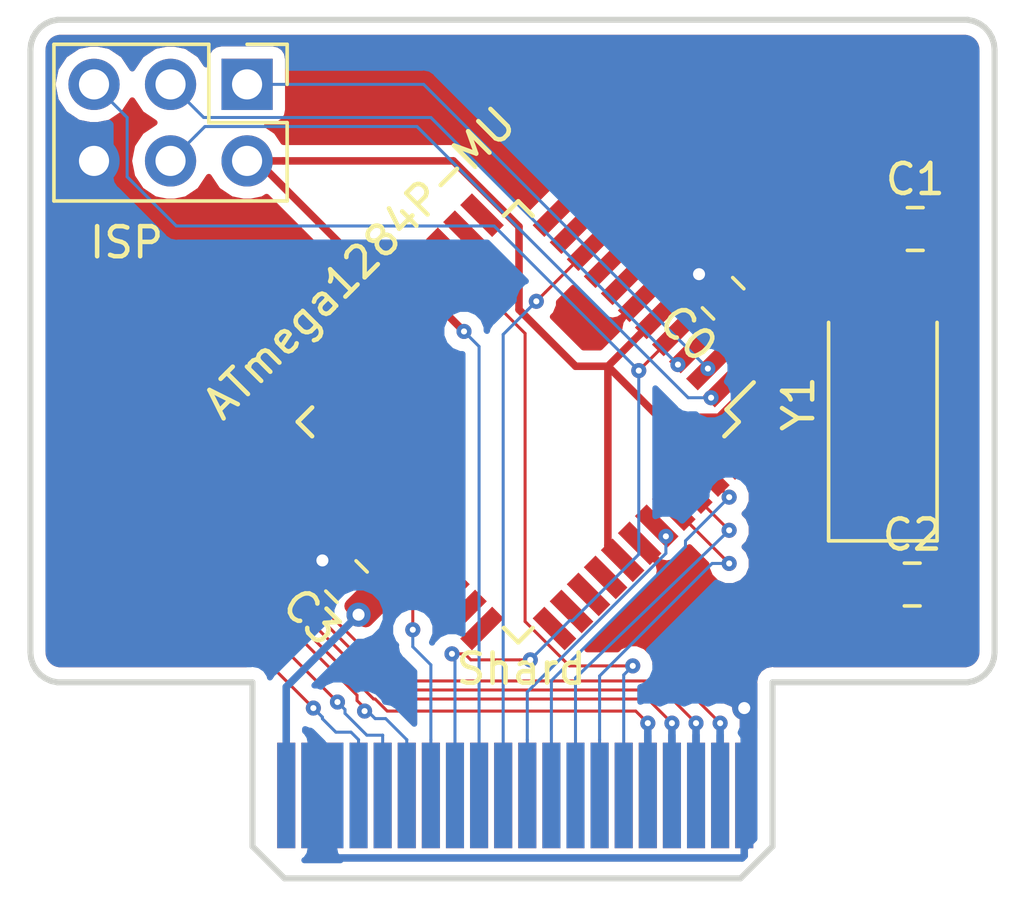
<source format=kicad_pcb>
(kicad_pcb (version 20171130) (host pcbnew "(5.0.1-3-g963ef8bb5)")

  (general
    (thickness 1.6)
    (drawings 552)
    (tracks 243)
    (zones 0)
    (modules 8)
    (nets 24)
  )

  (page A4)
  (layers
    (0 F.Cu signal)
    (31 B.Cu signal)
    (32 B.Adhes user hide)
    (33 F.Adhes user hide)
    (34 B.Paste user hide)
    (35 F.Paste user hide)
    (36 B.SilkS user hide)
    (37 F.SilkS user hide)
    (38 B.Mask user hide)
    (39 F.Mask user hide)
    (40 Dwgs.User user hide)
    (41 Cmts.User user hide)
    (42 Eco1.User user hide)
    (43 Eco2.User user hide)
    (44 Edge.Cuts user)
    (45 Margin user hide)
    (46 B.CrtYd user hide)
    (47 F.CrtYd user hide)
    (48 B.Fab user hide)
    (49 F.Fab user)
  )

  (setup
    (last_trace_width 0.25)
    (user_trace_width 0.1)
    (trace_clearance 0.2)
    (zone_clearance 0.508)
    (zone_45_only no)
    (trace_min 0.1)
    (segment_width 0.2)
    (edge_width 0.15)
    (via_size 0.8)
    (via_drill 0.4)
    (via_min_size 0.5)
    (via_min_drill 0.2)
    (user_via 0.5 0.2)
    (uvia_size 0.3)
    (uvia_drill 0.1)
    (uvias_allowed no)
    (uvia_min_size 0.2)
    (uvia_min_drill 0.1)
    (pcb_text_width 0.3)
    (pcb_text_size 1.5 1.5)
    (mod_edge_width 0.15)
    (mod_text_size 1 1)
    (mod_text_width 0.15)
    (pad_size 1.524 1.524)
    (pad_drill 0.762)
    (pad_to_mask_clearance 0.051)
    (solder_mask_min_width 0.25)
    (aux_axis_origin 0 0)
    (visible_elements 7FFFF7FF)
    (pcbplotparams
      (layerselection 0x010fc_ffffffff)
      (usegerberextensions false)
      (usegerberattributes false)
      (usegerberadvancedattributes false)
      (creategerberjobfile false)
      (excludeedgelayer true)
      (linewidth 0.100000)
      (plotframeref false)
      (viasonmask false)
      (mode 1)
      (useauxorigin false)
      (hpglpennumber 1)
      (hpglpenspeed 20)
      (hpglpendiameter 15.000000)
      (psnegative false)
      (psa4output false)
      (plotreference true)
      (plotvalue true)
      (plotinvisibletext false)
      (padsonsilk false)
      (subtractmaskfromsilk false)
      (outputformat 1)
      (mirror false)
      (drillshape 0)
      (scaleselection 1)
      (outputdirectory "../../../Scratch/Spike_Gerbers/Shard_1284/"))
  )

  (net 0 "")
  (net 1 +3V3)
  (net 2 D_CS)
  (net 3 UP)
  (net 4 D_DC)
  (net 5 DOWN)
  (net 6 D_RST)
  (net 7 LEFT)
  (net 8 D_MOSI)
  (net 9 RIGHT)
  (net 10 D_SCK)
  (net 11 SND)
  (net 12 RESET)
  (net 13 BTN_C)
  (net 14 BTN_B)
  (net 15 BTN_A)
  (net 16 MISO)
  (net 17 SCK)
  (net 18 MOSI)
  (net 19 GND)
  (net 20 "Net-(C1-Pad1)")
  (net 21 "Net-(C2-Pad1)")
  (net 22 BAT_MON)
  (net 23 USR_LED)

  (net_class Default "This is the default net class."
    (clearance 0.2)
    (trace_width 0.25)
    (via_dia 0.8)
    (via_drill 0.4)
    (uvia_dia 0.3)
    (uvia_drill 0.1)
    (add_net +3V3)
    (add_net BAT_MON)
    (add_net BTN_A)
    (add_net BTN_B)
    (add_net BTN_C)
    (add_net DOWN)
    (add_net D_CS)
    (add_net D_DC)
    (add_net D_MOSI)
    (add_net D_RST)
    (add_net D_SCK)
    (add_net GND)
    (add_net LEFT)
    (add_net MISO)
    (add_net MOSI)
    (add_net "Net-(C1-Pad1)")
    (add_net "Net-(C2-Pad1)")
    (add_net RESET)
    (add_net RIGHT)
    (add_net SCK)
    (add_net SND)
    (add_net UP)
    (add_net USR_LED)
  )

  (net_class thin-trace ""
    (clearance 0.1)
    (trace_width 0.1)
    (via_dia 0.5)
    (via_drill 0.2)
    (uvia_dia 0.3)
    (uvia_drill 0.1)
  )

  (module Connector_PinHeader_2.54mm:PinHeader_2x03_P2.54mm_Vertical (layer F.Cu) (tedit 5BD60FC3) (tstamp 5BED5D13)
    (at 127.2 64.8 270)
    (descr "Through hole straight pin header, 2x03, 2.54mm pitch, double rows")
    (tags "Through hole pin header THT 2x03 2.54mm double row")
    (path /5BE8415C)
    (fp_text reference J1 (at 1.3 2.6) (layer F.Fab)
      (effects (font (size 1 1) (thickness 0.15)))
    )
    (fp_text value ISP (at 5.25 4) (layer F.SilkS)
      (effects (font (size 1 1) (thickness 0.15)))
    )
    (fp_line (start 0 -1.27) (end 3.81 -1.27) (layer F.Fab) (width 0.1))
    (fp_line (start 3.81 -1.27) (end 3.81 6.35) (layer F.Fab) (width 0.1))
    (fp_line (start 3.81 6.35) (end -1.27 6.35) (layer F.Fab) (width 0.1))
    (fp_line (start -1.27 6.35) (end -1.27 0) (layer F.Fab) (width 0.1))
    (fp_line (start -1.27 0) (end 0 -1.27) (layer F.Fab) (width 0.1))
    (fp_line (start -1.33 6.41) (end 3.87 6.41) (layer F.SilkS) (width 0.12))
    (fp_line (start -1.33 1.27) (end -1.33 6.41) (layer F.SilkS) (width 0.12))
    (fp_line (start 3.87 -1.33) (end 3.87 6.41) (layer F.SilkS) (width 0.12))
    (fp_line (start -1.33 1.27) (end 1.27 1.27) (layer F.SilkS) (width 0.12))
    (fp_line (start 1.27 1.27) (end 1.27 -1.33) (layer F.SilkS) (width 0.12))
    (fp_line (start 1.27 -1.33) (end 3.87 -1.33) (layer F.SilkS) (width 0.12))
    (fp_line (start -1.33 0) (end -1.33 -1.33) (layer F.SilkS) (width 0.12))
    (fp_line (start -1.33 -1.33) (end 0 -1.33) (layer F.SilkS) (width 0.12))
    (fp_line (start -1.8 -1.8) (end -1.8 6.85) (layer F.CrtYd) (width 0.05))
    (fp_line (start -1.8 6.85) (end 4.35 6.85) (layer F.CrtYd) (width 0.05))
    (fp_line (start 4.35 6.85) (end 4.35 -1.8) (layer F.CrtYd) (width 0.05))
    (fp_line (start 4.35 -1.8) (end -1.8 -1.8) (layer F.CrtYd) (width 0.05))
    (fp_text user %R (at 1.27 2.54) (layer F.Fab)
      (effects (font (size 1 1) (thickness 0.15)))
    )
    (pad 1 thru_hole rect (at 0 0 270) (size 1.7 1.7) (drill 1) (layers *.Cu *.Mask)
      (net 16 MISO))
    (pad 2 thru_hole oval (at 2.54 0 270) (size 1.7 1.7) (drill 1) (layers *.Cu *.Mask)
      (net 1 +3V3))
    (pad 3 thru_hole oval (at 0 2.54 270) (size 1.7 1.7) (drill 1) (layers *.Cu *.Mask)
      (net 17 SCK))
    (pad 4 thru_hole oval (at 2.54 2.54 270) (size 1.7 1.7) (drill 1) (layers *.Cu *.Mask)
      (net 18 MOSI))
    (pad 5 thru_hole oval (at 0 5.08 270) (size 1.7 1.7) (drill 1) (layers *.Cu *.Mask)
      (net 12 RESET))
    (pad 6 thru_hole oval (at 2.54 5.08 270) (size 1.7 1.7) (drill 1) (layers *.Cu *.Mask)
      (net 19 GND))
    (model ${KISYS3DMOD}/Connector_PinHeader_2.54mm.3dshapes/PinHeader_2x03_P2.54mm_Vertical.wrl
      (at (xyz 0 0 0))
      (scale (xyz 1 1 1))
      (rotate (xyz 0 0 0))
    )
  )

  (module Package_QFP:TQFP-44_10x10mm_P0.8mm (layer F.Cu) (tedit 5BED3A2F) (tstamp 5BEABCEB)
    (at 136.2 76 225)
    (descr "44-Lead Plastic Thin Quad Flatpack (PT) - 10x10x1.0 mm Body [TQFP] (see Microchip Packaging Specification 00000049BS.pdf)")
    (tags "QFP 0.8")
    (path /5BE827B1)
    (attr smd)
    (fp_text reference U1 (at 0 -7.450001 225) (layer F.Fab)
      (effects (font (size 1 1) (thickness 0.15)))
    )
    (fp_text value ATmega1284P-MU (at 0 7.450001 225) (layer F.SilkS)
      (effects (font (size 1 1) (thickness 0.15)))
    )
    (fp_text user %R (at 0 0 225) (layer F.Fab)
      (effects (font (size 1 1) (thickness 0.15)))
    )
    (fp_line (start -4 -5) (end 5 -5) (layer F.Fab) (width 0.15))
    (fp_line (start 5 -5) (end 5 5) (layer F.Fab) (width 0.15))
    (fp_line (start 5 5) (end -5 5) (layer F.Fab) (width 0.15))
    (fp_line (start -5 5) (end -5 -4) (layer F.Fab) (width 0.15))
    (fp_line (start -5 -4) (end -4 -5) (layer F.Fab) (width 0.15))
    (fp_line (start -6.7 -6.7) (end -6.7 6.7) (layer F.CrtYd) (width 0.05))
    (fp_line (start 6.7 -6.7) (end 6.7 6.7) (layer F.CrtYd) (width 0.05))
    (fp_line (start -6.7 -6.7) (end 6.7 -6.7) (layer F.CrtYd) (width 0.05))
    (fp_line (start -6.7 6.7) (end 6.7 6.7) (layer F.CrtYd) (width 0.05))
    (fp_line (start -5.175 -5.175) (end -5.175 -4.6) (layer F.SilkS) (width 0.15))
    (fp_line (start 5.175 -5.175) (end 5.175 -4.5) (layer F.SilkS) (width 0.15))
    (fp_line (start 5.175 5.175) (end 5.175 4.5) (layer F.SilkS) (width 0.15))
    (fp_line (start -5.175 5.175) (end -5.175 4.5) (layer F.SilkS) (width 0.15))
    (fp_line (start -5.175 -5.175) (end -4.5 -5.175) (layer F.SilkS) (width 0.15))
    (fp_line (start -5.175 5.175) (end -4.5 5.175) (layer F.SilkS) (width 0.15))
    (fp_line (start 5.175 5.175) (end 4.5 5.175) (layer F.SilkS) (width 0.15))
    (fp_line (start 5.175 -5.175) (end 4.5 -5.175) (layer F.SilkS) (width 0.15))
    (fp_line (start -5.175 -4.6) (end -6.45 -4.6) (layer F.SilkS) (width 0.15))
    (pad 1 smd rect (at -5.7 -4 225) (size 1.5 0.55) (layers F.Cu F.Paste F.Mask)
      (net 18 MOSI))
    (pad 2 smd rect (at -5.7 -3.2 225) (size 1.5 0.55) (layers F.Cu F.Paste F.Mask)
      (net 16 MISO))
    (pad 3 smd rect (at -5.7 -2.4 225) (size 1.5 0.55) (layers F.Cu F.Paste F.Mask)
      (net 17 SCK))
    (pad 4 smd rect (at -5.7 -1.6 225) (size 1.5 0.55) (layers F.Cu F.Paste F.Mask)
      (net 12 RESET))
    (pad 5 smd rect (at -5.7 -0.8 225) (size 1.5 0.55) (layers F.Cu F.Paste F.Mask)
      (net 1 +3V3))
    (pad 6 smd rect (at -5.7 0 225) (size 1.5 0.55) (layers F.Cu F.Paste F.Mask)
      (net 19 GND))
    (pad 7 smd rect (at -5.7 0.8 225) (size 1.5 0.55) (layers F.Cu F.Paste F.Mask)
      (net 21 "Net-(C2-Pad1)"))
    (pad 8 smd rect (at -5.7 1.6 225) (size 1.5 0.55) (layers F.Cu F.Paste F.Mask)
      (net 20 "Net-(C1-Pad1)"))
    (pad 9 smd rect (at -5.7 2.4 225) (size 1.5 0.55) (layers F.Cu F.Paste F.Mask)
      (net 8 D_MOSI))
    (pad 10 smd rect (at -5.7 3.2 225) (size 1.5 0.55) (layers F.Cu F.Paste F.Mask)
      (net 8 D_MOSI))
    (pad 11 smd rect (at -5.7 4 225) (size 1.5 0.55) (layers F.Cu F.Paste F.Mask))
    (pad 12 smd rect (at -4 5.7 315) (size 1.5 0.55) (layers F.Cu F.Paste F.Mask))
    (pad 13 smd rect (at -3.2 5.7 315) (size 1.5 0.55) (layers F.Cu F.Paste F.Mask))
    (pad 14 smd rect (at -2.4 5.7 315) (size 1.5 0.55) (layers F.Cu F.Paste F.Mask)
      (net 11 SND))
    (pad 15 smd rect (at -1.6 5.7 315) (size 1.5 0.55) (layers F.Cu F.Paste F.Mask))
    (pad 16 smd rect (at -0.8 5.7 315) (size 1.5 0.55) (layers F.Cu F.Paste F.Mask)
      (net 23 USR_LED))
    (pad 17 smd rect (at 0 5.7 315) (size 1.5 0.55) (layers F.Cu F.Paste F.Mask)
      (net 1 +3V3))
    (pad 18 smd rect (at 0.8 5.7 315) (size 1.5 0.55) (layers F.Cu F.Paste F.Mask)
      (net 19 GND))
    (pad 19 smd rect (at 1.6 5.7 315) (size 1.5 0.55) (layers F.Cu F.Paste F.Mask)
      (net 15 BTN_A))
    (pad 20 smd rect (at 2.4 5.7 315) (size 1.5 0.55) (layers F.Cu F.Paste F.Mask)
      (net 14 BTN_B))
    (pad 21 smd rect (at 3.2 5.7 315) (size 1.5 0.55) (layers F.Cu F.Paste F.Mask)
      (net 13 BTN_C))
    (pad 22 smd rect (at 4 5.7 315) (size 1.5 0.55) (layers F.Cu F.Paste F.Mask)
      (net 3 UP))
    (pad 23 smd rect (at 5.7 4 225) (size 1.5 0.55) (layers F.Cu F.Paste F.Mask)
      (net 5 DOWN))
    (pad 24 smd rect (at 5.7 3.2 225) (size 1.5 0.55) (layers F.Cu F.Paste F.Mask)
      (net 7 LEFT))
    (pad 25 smd rect (at 5.7 2.4 225) (size 1.5 0.55) (layers F.Cu F.Paste F.Mask)
      (net 9 RIGHT))
    (pad 26 smd rect (at 5.7 1.6 225) (size 1.5 0.55) (layers F.Cu F.Paste F.Mask))
    (pad 27 smd rect (at 5.7 0.8 225) (size 1.5 0.55) (layers F.Cu F.Paste F.Mask)
      (net 1 +3V3))
    (pad 28 smd rect (at 5.7 0 225) (size 1.5 0.55) (layers F.Cu F.Paste F.Mask)
      (net 19 GND))
    (pad 29 smd rect (at 5.7 -0.8 225) (size 1.5 0.55) (layers F.Cu F.Paste F.Mask)
      (net 1 +3V3))
    (pad 30 smd rect (at 5.7 -1.6 225) (size 1.5 0.55) (layers F.Cu F.Paste F.Mask)
      (net 22 BAT_MON))
    (pad 31 smd rect (at 5.7 -2.4 225) (size 1.5 0.55) (layers F.Cu F.Paste F.Mask))
    (pad 32 smd rect (at 5.7 -3.2 225) (size 1.5 0.55) (layers F.Cu F.Paste F.Mask))
    (pad 33 smd rect (at 5.7 -4 225) (size 1.5 0.55) (layers F.Cu F.Paste F.Mask))
    (pad 34 smd rect (at 4 -5.7 315) (size 1.5 0.55) (layers F.Cu F.Paste F.Mask))
    (pad 35 smd rect (at 3.2 -5.7 315) (size 1.5 0.55) (layers F.Cu F.Paste F.Mask))
    (pad 36 smd rect (at 2.4 -5.7 315) (size 1.5 0.55) (layers F.Cu F.Paste F.Mask))
    (pad 37 smd rect (at 1.6 -5.7 315) (size 1.5 0.55) (layers F.Cu F.Paste F.Mask))
    (pad 38 smd rect (at 0.8 -5.7 315) (size 1.5 0.55) (layers F.Cu F.Paste F.Mask)
      (net 1 +3V3))
    (pad 39 smd rect (at 0 -5.7 315) (size 1.5 0.55) (layers F.Cu F.Paste F.Mask)
      (net 19 GND))
    (pad 40 smd rect (at -0.8 -5.7 315) (size 1.5 0.55) (layers F.Cu F.Paste F.Mask)
      (net 10 D_SCK))
    (pad 41 smd rect (at -1.6 -5.7 315) (size 1.5 0.55) (layers F.Cu F.Paste F.Mask)
      (net 2 D_CS))
    (pad 42 smd rect (at -2.4 -5.7 315) (size 1.5 0.55) (layers F.Cu F.Paste F.Mask)
      (net 6 D_RST))
    (pad 43 smd rect (at -3.2 -5.7 315) (size 1.5 0.55) (layers F.Cu F.Paste F.Mask)
      (net 4 D_DC))
    (pad 44 smd rect (at -4 -5.7 315) (size 1.5 0.55) (layers F.Cu F.Paste F.Mask))
    (model ${KISYS3DMOD}/Package_QFP.3dshapes/TQFP-44_10x10mm_P0.8mm.wrl
      (at (xyz 0 0 0))
      (scale (xyz 1 1 1))
      (rotate (xyz 0 0 0))
    )
  )

  (module "Custom Footprints:Samtec_MEC8-120-02-L-D-RA1_Edge" (layer F.Cu) (tedit 5BEAC13E) (tstamp 5C60E721)
    (at 128.5 90)
    (path /5BEAC9FA)
    (fp_text reference J0 (at 1.6 -4.8) (layer F.Fab)
      (effects (font (size 1 1) (thickness 0.15)))
    )
    (fp_text value Shard (at 7.8 -5.8) (layer F.SilkS)
      (effects (font (size 1 1) (thickness 0.15)))
    )
    (fp_line (start -3.03 -5.85) (end 18.23 -5.85) (layer F.CrtYd) (width 0.1))
    (fp_line (start -1.03 0.65) (end 16.23 0.65) (layer F.CrtYd) (width 0.1))
    (fp_line (start -1.03 -5.85) (end -1.03 0.65) (layer F.CrtYd) (width 0.1))
    (fp_line (start 16.23 -5.85) (end 16.23 0.65) (layer F.CrtYd) (width 0.1))
    (pad 1 smd rect (at 0 -1.6) (size 0.6 3.5) (layers F.Cu F.Paste F.Mask))
    (pad 2 smd rect (at 0 -1.6) (size 0.6 3.5) (layers B.Cu B.Paste B.Mask)
      (net 1 +3V3))
    (pad 3 smd rect (at 0.8 -1.6) (size 0.6 3.5) (layers F.Cu F.Paste F.Mask))
    (pad 4 smd rect (at 0.8 -1.6) (size 0.6 3.5) (layers B.Cu B.Paste B.Mask)
      (net 19 GND))
    (pad 5 smd rect (at 1.6 -1.6) (size 0.6 3.5) (layers F.Cu F.Paste F.Mask))
    (pad 6 smd rect (at 1.6 -1.6) (size 0.6 3.5) (layers B.Cu B.Paste B.Mask)
      (net 19 GND))
    (pad 7 smd rect (at 2.4 -1.6) (size 0.6 3.5) (layers F.Cu F.Paste F.Mask))
    (pad 8 smd rect (at 2.4 -1.6) (size 0.6 3.5) (layers B.Cu B.Paste B.Mask)
      (net 15 BTN_A))
    (pad 9 smd rect (at 3.2 -1.6) (size 0.6 3.5) (layers F.Cu F.Paste F.Mask))
    (pad 10 smd rect (at 3.2 -1.6) (size 0.6 3.5) (layers B.Cu B.Paste B.Mask)
      (net 14 BTN_B))
    (pad 11 smd rect (at 4 -1.6) (size 0.6 3.5) (layers F.Cu F.Paste F.Mask))
    (pad 12 smd rect (at 4 -1.6) (size 0.6 3.5) (layers B.Cu B.Paste B.Mask)
      (net 13 BTN_C))
    (pad 13 smd rect (at 4.8 -1.6) (size 0.6 3.5) (layers F.Cu F.Paste F.Mask))
    (pad 14 smd rect (at 4.8 -1.6) (size 0.6 3.5) (layers B.Cu B.Paste B.Mask)
      (net 22 BAT_MON))
    (pad 15 smd rect (at 5.6 -1.6) (size 0.6 3.5) (layers F.Cu F.Paste F.Mask))
    (pad 16 smd rect (at 5.6 -1.6) (size 0.6 3.5) (layers B.Cu B.Paste B.Mask)
      (net 12 RESET))
    (pad 17 smd rect (at 6.4 -1.6) (size 0.6 3.5) (layers F.Cu F.Paste F.Mask))
    (pad 18 smd rect (at 6.4 -1.6) (size 0.6 3.5) (layers B.Cu B.Paste B.Mask)
      (net 23 USR_LED))
    (pad 19 smd rect (at 7.2 -1.6) (size 0.6 3.5) (layers F.Cu F.Paste F.Mask))
    (pad 20 smd rect (at 7.2 -1.6) (size 0.6 3.5) (layers B.Cu B.Paste B.Mask)
      (net 8 D_MOSI))
    (pad 21 smd rect (at 8 -1.6) (size 0.6 3.5) (layers F.Cu F.Paste F.Mask))
    (pad 22 smd rect (at 8 -1.6) (size 0.6 3.5) (layers B.Cu B.Paste B.Mask)
      (net 10 D_SCK))
    (pad 23 smd rect (at 8.8 -1.6) (size 0.6 3.5) (layers F.Cu F.Paste F.Mask))
    (pad 24 smd rect (at 8.8 -1.6) (size 0.6 3.5) (layers B.Cu B.Paste B.Mask)
      (net 4 D_DC))
    (pad 25 smd rect (at 9.6 -1.6) (size 0.6 3.5) (layers F.Cu F.Paste F.Mask))
    (pad 26 smd rect (at 9.6 -1.6) (size 0.6 3.5) (layers B.Cu B.Paste B.Mask)
      (net 6 D_RST))
    (pad 27 smd rect (at 10.4 -1.6) (size 0.6 3.5) (layers F.Cu F.Paste F.Mask))
    (pad 28 smd rect (at 10.4 -1.6) (size 0.6 3.5) (layers B.Cu B.Paste B.Mask)
      (net 2 D_CS))
    (pad 29 smd rect (at 11.2 -1.6) (size 0.6 3.5) (layers F.Cu F.Paste F.Mask))
    (pad 30 smd rect (at 11.2 -1.6) (size 0.6 3.5) (layers B.Cu B.Paste B.Mask)
      (net 11 SND))
    (pad 31 smd rect (at 12 -1.6) (size 0.6 3.5) (layers F.Cu F.Paste F.Mask))
    (pad 32 smd rect (at 12 -1.6) (size 0.6 3.5) (layers B.Cu B.Paste B.Mask)
      (net 3 UP))
    (pad 33 smd rect (at 12.8 -1.6) (size 0.6 3.5) (layers F.Cu F.Paste F.Mask))
    (pad 34 smd rect (at 12.8 -1.6) (size 0.6 3.5) (layers B.Cu B.Paste B.Mask)
      (net 5 DOWN))
    (pad 35 smd rect (at 13.6 -1.6) (size 0.6 3.5) (layers F.Cu F.Paste F.Mask))
    (pad 36 smd rect (at 13.6 -1.6) (size 0.6 3.5) (layers B.Cu B.Paste B.Mask)
      (net 7 LEFT))
    (pad 37 smd rect (at 14.4 -1.6) (size 0.6 3.5) (layers F.Cu F.Paste F.Mask))
    (pad 38 smd rect (at 14.4 -1.6) (size 0.6 3.5) (layers B.Cu B.Paste B.Mask)
      (net 9 RIGHT))
    (pad 39 smd rect (at 15.2 -1.6) (size 0.6 3.5) (layers F.Cu F.Paste F.Mask))
    (pad 40 smd rect (at 15.2 -1.6) (size 0.6 3.5) (layers B.Cu B.Paste B.Mask)
      (net 19 GND))
  )

  (module Capacitor_SMD:C_0805_2012Metric_Pad1.15x1.40mm_HandSolder (layer F.Cu) (tedit 5B36C52B) (tstamp 5C60CC53)
    (at 143 71.9 135)
    (descr "Capacitor SMD 0805 (2012 Metric), square (rectangular) end terminal, IPC_7351 nominal with elongated pad for handsoldering. (Body size source: https://docs.google.com/spreadsheets/d/1BsfQQcO9C6DZCsRaXUlFlo91Tg2WpOkGARC1WS5S8t0/edit?usp=sharing), generated with kicad-footprint-generator")
    (tags "capacitor handsolder")
    (path /5BE6947B)
    (attr smd)
    (fp_text reference C0 (at 0 -1.65 135) (layer F.SilkS)
      (effects (font (size 1 1) (thickness 0.15)))
    )
    (fp_text value 104 (at 0 1.65 135) (layer F.Fab)
      (effects (font (size 1 1) (thickness 0.15)))
    )
    (fp_line (start -1 0.6) (end -1 -0.6) (layer F.Fab) (width 0.1))
    (fp_line (start -1 -0.6) (end 1 -0.6) (layer F.Fab) (width 0.1))
    (fp_line (start 1 -0.6) (end 1 0.6) (layer F.Fab) (width 0.1))
    (fp_line (start 1 0.6) (end -1 0.6) (layer F.Fab) (width 0.1))
    (fp_line (start -0.261252 -0.71) (end 0.261252 -0.71) (layer F.SilkS) (width 0.12))
    (fp_line (start -0.261252 0.71) (end 0.261252 0.71) (layer F.SilkS) (width 0.12))
    (fp_line (start -1.85 0.95) (end -1.85 -0.95) (layer F.CrtYd) (width 0.05))
    (fp_line (start -1.85 -0.95) (end 1.85 -0.95) (layer F.CrtYd) (width 0.05))
    (fp_line (start 1.85 -0.95) (end 1.85 0.95) (layer F.CrtYd) (width 0.05))
    (fp_line (start 1.85 0.95) (end -1.85 0.95) (layer F.CrtYd) (width 0.05))
    (fp_text user %R (at 0 0 135) (layer F.Fab)
      (effects (font (size 0.5 0.5) (thickness 0.08)))
    )
    (pad 1 smd roundrect (at -1.025 0 135) (size 1.15 1.4) (layers F.Cu F.Paste F.Mask) (roundrect_rratio 0.217391)
      (net 1 +3V3))
    (pad 2 smd roundrect (at 1.025 0 135) (size 1.15 1.4) (layers F.Cu F.Paste F.Mask) (roundrect_rratio 0.217391)
      (net 19 GND))
    (model ${KISYS3DMOD}/Capacitor_SMD.3dshapes/C_0805_2012Metric.wrl
      (at (xyz 0 0 0))
      (scale (xyz 1 1 1))
      (rotate (xyz 0 0 0))
    )
  )

  (module Capacitor_SMD:C_0805_2012Metric_Pad1.15x1.40mm_HandSolder (layer F.Cu) (tedit 5B36C52B) (tstamp 5C60D7CD)
    (at 149.375 69.6)
    (descr "Capacitor SMD 0805 (2012 Metric), square (rectangular) end terminal, IPC_7351 nominal with elongated pad for handsoldering. (Body size source: https://docs.google.com/spreadsheets/d/1BsfQQcO9C6DZCsRaXUlFlo91Tg2WpOkGARC1WS5S8t0/edit?usp=sharing), generated with kicad-footprint-generator")
    (tags "capacitor handsolder")
    (path /5BED1404)
    (attr smd)
    (fp_text reference C1 (at 0 -1.65) (layer F.SilkS)
      (effects (font (size 1 1) (thickness 0.15)))
    )
    (fp_text value 220 (at 0 1.65) (layer F.Fab)
      (effects (font (size 1 1) (thickness 0.15)))
    )
    (fp_text user %R (at 0 0) (layer F.Fab)
      (effects (font (size 0.5 0.5) (thickness 0.08)))
    )
    (fp_line (start 1.85 0.95) (end -1.85 0.95) (layer F.CrtYd) (width 0.05))
    (fp_line (start 1.85 -0.95) (end 1.85 0.95) (layer F.CrtYd) (width 0.05))
    (fp_line (start -1.85 -0.95) (end 1.85 -0.95) (layer F.CrtYd) (width 0.05))
    (fp_line (start -1.85 0.95) (end -1.85 -0.95) (layer F.CrtYd) (width 0.05))
    (fp_line (start -0.261252 0.71) (end 0.261252 0.71) (layer F.SilkS) (width 0.12))
    (fp_line (start -0.261252 -0.71) (end 0.261252 -0.71) (layer F.SilkS) (width 0.12))
    (fp_line (start 1 0.6) (end -1 0.6) (layer F.Fab) (width 0.1))
    (fp_line (start 1 -0.6) (end 1 0.6) (layer F.Fab) (width 0.1))
    (fp_line (start -1 -0.6) (end 1 -0.6) (layer F.Fab) (width 0.1))
    (fp_line (start -1 0.6) (end -1 -0.6) (layer F.Fab) (width 0.1))
    (pad 2 smd roundrect (at 1.025 0) (size 1.15 1.4) (layers F.Cu F.Paste F.Mask) (roundrect_rratio 0.217391)
      (net 19 GND))
    (pad 1 smd roundrect (at -1.025 0) (size 1.15 1.4) (layers F.Cu F.Paste F.Mask) (roundrect_rratio 0.217391)
      (net 20 "Net-(C1-Pad1)"))
    (model ${KISYS3DMOD}/Capacitor_SMD.3dshapes/C_0805_2012Metric.wrl
      (at (xyz 0 0 0))
      (scale (xyz 1 1 1))
      (rotate (xyz 0 0 0))
    )
  )

  (module Capacitor_SMD:C_0805_2012Metric_Pad1.15x1.40mm_HandSolder (layer F.Cu) (tedit 5B36C52B) (tstamp 5C60BABE)
    (at 149.275 81.4)
    (descr "Capacitor SMD 0805 (2012 Metric), square (rectangular) end terminal, IPC_7351 nominal with elongated pad for handsoldering. (Body size source: https://docs.google.com/spreadsheets/d/1BsfQQcO9C6DZCsRaXUlFlo91Tg2WpOkGARC1WS5S8t0/edit?usp=sharing), generated with kicad-footprint-generator")
    (tags "capacitor handsolder")
    (path /5BED1562)
    (attr smd)
    (fp_text reference C2 (at 0 -1.65) (layer F.SilkS)
      (effects (font (size 1 1) (thickness 0.15)))
    )
    (fp_text value 220 (at 0 1.65) (layer F.Fab)
      (effects (font (size 1 1) (thickness 0.15)))
    )
    (fp_line (start -1 0.6) (end -1 -0.6) (layer F.Fab) (width 0.1))
    (fp_line (start -1 -0.6) (end 1 -0.6) (layer F.Fab) (width 0.1))
    (fp_line (start 1 -0.6) (end 1 0.6) (layer F.Fab) (width 0.1))
    (fp_line (start 1 0.6) (end -1 0.6) (layer F.Fab) (width 0.1))
    (fp_line (start -0.261252 -0.71) (end 0.261252 -0.71) (layer F.SilkS) (width 0.12))
    (fp_line (start -0.261252 0.71) (end 0.261252 0.71) (layer F.SilkS) (width 0.12))
    (fp_line (start -1.85 0.95) (end -1.85 -0.95) (layer F.CrtYd) (width 0.05))
    (fp_line (start -1.85 -0.95) (end 1.85 -0.95) (layer F.CrtYd) (width 0.05))
    (fp_line (start 1.85 -0.95) (end 1.85 0.95) (layer F.CrtYd) (width 0.05))
    (fp_line (start 1.85 0.95) (end -1.85 0.95) (layer F.CrtYd) (width 0.05))
    (fp_text user %R (at 0 0) (layer F.Fab)
      (effects (font (size 0.5 0.5) (thickness 0.08)))
    )
    (pad 1 smd roundrect (at -1.025 0) (size 1.15 1.4) (layers F.Cu F.Paste F.Mask) (roundrect_rratio 0.217391)
      (net 21 "Net-(C2-Pad1)"))
    (pad 2 smd roundrect (at 1.025 0) (size 1.15 1.4) (layers F.Cu F.Paste F.Mask) (roundrect_rratio 0.217391)
      (net 19 GND))
    (model ${KISYS3DMOD}/Capacitor_SMD.3dshapes/C_0805_2012Metric.wrl
      (at (xyz 0 0 0))
      (scale (xyz 1 1 1))
      (rotate (xyz 0 0 0))
    )
  )

  (module Capacitor_SMD:C_0805_2012Metric_Pad1.15x1.40mm_HandSolder (layer F.Cu) (tedit 5B36C52B) (tstamp 5C60C3D7)
    (at 130.5 81.3 135)
    (descr "Capacitor SMD 0805 (2012 Metric), square (rectangular) end terminal, IPC_7351 nominal with elongated pad for handsoldering. (Body size source: https://docs.google.com/spreadsheets/d/1BsfQQcO9C6DZCsRaXUlFlo91Tg2WpOkGARC1WS5S8t0/edit?usp=sharing), generated with kicad-footprint-generator")
    (tags "capacitor handsolder")
    (path /5C6257CE)
    (attr smd)
    (fp_text reference C3 (at 0 -1.65 135) (layer F.SilkS)
      (effects (font (size 1 1) (thickness 0.15)))
    )
    (fp_text value 220 (at 0 1.65 135) (layer F.Fab)
      (effects (font (size 1 1) (thickness 0.15)))
    )
    (fp_text user %R (at 0 0 135) (layer F.Fab)
      (effects (font (size 0.5 0.5) (thickness 0.08)))
    )
    (fp_line (start 1.85 0.95) (end -1.85 0.95) (layer F.CrtYd) (width 0.05))
    (fp_line (start 1.85 -0.95) (end 1.85 0.95) (layer F.CrtYd) (width 0.05))
    (fp_line (start -1.85 -0.95) (end 1.85 -0.95) (layer F.CrtYd) (width 0.05))
    (fp_line (start -1.85 0.95) (end -1.85 -0.95) (layer F.CrtYd) (width 0.05))
    (fp_line (start -0.261252 0.71) (end 0.261252 0.71) (layer F.SilkS) (width 0.12))
    (fp_line (start -0.261252 -0.71) (end 0.261252 -0.71) (layer F.SilkS) (width 0.12))
    (fp_line (start 1 0.6) (end -1 0.6) (layer F.Fab) (width 0.1))
    (fp_line (start 1 -0.6) (end 1 0.6) (layer F.Fab) (width 0.1))
    (fp_line (start -1 -0.6) (end 1 -0.6) (layer F.Fab) (width 0.1))
    (fp_line (start -1 0.6) (end -1 -0.6) (layer F.Fab) (width 0.1))
    (pad 2 smd roundrect (at 1.025 0 135) (size 1.15 1.4) (layers F.Cu F.Paste F.Mask) (roundrect_rratio 0.217391)
      (net 19 GND))
    (pad 1 smd roundrect (at -1.025 0 135) (size 1.15 1.4) (layers F.Cu F.Paste F.Mask) (roundrect_rratio 0.217391)
      (net 1 +3V3))
    (model ${KISYS3DMOD}/Capacitor_SMD.3dshapes/C_0805_2012Metric.wrl
      (at (xyz 0 0 0))
      (scale (xyz 1 1 1))
      (rotate (xyz 0 0 0))
    )
  )

  (module Crystal:Crystal_SMD_5032-2Pin_5.0x3.2mm_HandSoldering (layer F.Cu) (tedit 5A0FD1B2) (tstamp 5C60D6C0)
    (at 148.3 75.4 90)
    (descr "SMD Crystal SERIES SMD2520/2 http://www.icbase.com/File/PDF/HKC/HKC00061008.pdf, hand-soldering, 5.0x3.2mm^2 package")
    (tags "SMD SMT crystal hand-soldering")
    (path /5BECE84F)
    (attr smd)
    (fp_text reference Y1 (at 0 -2.8 90) (layer F.SilkS)
      (effects (font (size 1 1) (thickness 0.15)))
    )
    (fp_text value 16MHz (at 0 2.8 90) (layer F.Fab)
      (effects (font (size 1 1) (thickness 0.15)))
    )
    (fp_text user %R (at 0 0 90) (layer F.Fab)
      (effects (font (size 1 1) (thickness 0.15)))
    )
    (fp_line (start -2.3 -1.6) (end 2.3 -1.6) (layer F.Fab) (width 0.1))
    (fp_line (start 2.3 -1.6) (end 2.5 -1.4) (layer F.Fab) (width 0.1))
    (fp_line (start 2.5 -1.4) (end 2.5 1.4) (layer F.Fab) (width 0.1))
    (fp_line (start 2.5 1.4) (end 2.3 1.6) (layer F.Fab) (width 0.1))
    (fp_line (start 2.3 1.6) (end -2.3 1.6) (layer F.Fab) (width 0.1))
    (fp_line (start -2.3 1.6) (end -2.5 1.4) (layer F.Fab) (width 0.1))
    (fp_line (start -2.5 1.4) (end -2.5 -1.4) (layer F.Fab) (width 0.1))
    (fp_line (start -2.5 -1.4) (end -2.3 -1.6) (layer F.Fab) (width 0.1))
    (fp_line (start -2.5 0.6) (end -1.5 1.6) (layer F.Fab) (width 0.1))
    (fp_line (start 2.7 -1.8) (end -4.55 -1.8) (layer F.SilkS) (width 0.12))
    (fp_line (start -4.55 -1.8) (end -4.55 1.8) (layer F.SilkS) (width 0.12))
    (fp_line (start -4.55 1.8) (end 2.7 1.8) (layer F.SilkS) (width 0.12))
    (fp_line (start -4.6 -1.9) (end -4.6 1.9) (layer F.CrtYd) (width 0.05))
    (fp_line (start -4.6 1.9) (end 4.6 1.9) (layer F.CrtYd) (width 0.05))
    (fp_line (start 4.6 1.9) (end 4.6 -1.9) (layer F.CrtYd) (width 0.05))
    (fp_line (start 4.6 -1.9) (end -4.6 -1.9) (layer F.CrtYd) (width 0.05))
    (fp_circle (center 0 0) (end 0.4 0) (layer F.Adhes) (width 0.1))
    (fp_circle (center 0 0) (end 0.333333 0) (layer F.Adhes) (width 0.133333))
    (fp_circle (center 0 0) (end 0.213333 0) (layer F.Adhes) (width 0.133333))
    (fp_circle (center 0 0) (end 0.093333 0) (layer F.Adhes) (width 0.186667))
    (pad 1 smd rect (at -2.6 0 90) (size 3.5 2.4) (layers F.Cu F.Paste F.Mask)
      (net 21 "Net-(C2-Pad1)"))
    (pad 2 smd rect (at 2.6 0 90) (size 3.5 2.4) (layers F.Cu F.Paste F.Mask)
      (net 20 "Net-(C1-Pad1)"))
    (model ${KISYS3DMOD}/Crystal.3dshapes/Crystal_SMD_5032-2Pin_5.0x3.2mm_HandSoldering.wrl
      (at (xyz 0 0 0))
      (scale (xyz 1 1 1))
      (rotate (xyz 0 0 0))
    )
  )

  (gr_line (start 120.1136 80.152566) (end 120.0092 80.147088) (layer Eco1.User) (width 0.2))
  (gr_line (start 120.2168 80.136209) (end 120.1136 80.152566) (layer Eco1.User) (width 0.2))
  (gr_line (start 120.3144 80.098748) (end 120.2168 80.136209) (layer Eco1.User) (width 0.2))
  (gr_line (start 120.4021 80.041818) (end 120.3144 80.098748) (layer Eco1.User) (width 0.2))
  (gr_line (start 123.3044 77.13949) (end 120.4021 80.041818) (layer Eco1.User) (width 0.2))
  (gr_line (start 123.3613 77.05183) (end 123.3044 77.13949) (layer Eco1.User) (width 0.2))
  (gr_line (start 123.3988 76.95423) (end 123.3613 77.05183) (layer Eco1.User) (width 0.2))
  (gr_line (start 123.4152 76.85099) (end 123.3988 76.95423) (layer Eco1.User) (width 0.2))
  (gr_line (start 123.4097 76.74662) (end 123.4152 76.85099) (layer Eco1.User) (width 0.2))
  (gr_line (start 176.1206 85.67902) (end 176.0184 85.70075) (layer Eco1.User) (width 0.2))
  (gr_line (start 176.2161 85.6365) (end 176.1206 85.67902) (layer Eco1.User) (width 0.2))
  (gr_line (start 176.3007 85.57507) (end 176.2161 85.6365) (layer Eco1.User) (width 0.2))
  (gr_line (start 176.3706 85.49738) (end 176.3007 85.57507) (layer Eco1.User) (width 0.2))
  (gr_line (start 176.4229 85.40685) (end 176.3706 85.49738) (layer Eco1.User) (width 0.2))
  (gr_line (start 176.4552 85.30744) (end 176.4229 85.40685) (layer Eco1.User) (width 0.2))
  (gr_line (start 176.4661 85.2035) (end 176.4552 85.30744) (layer Eco1.User) (width 0.2))
  (gr_line (start 176.4661 80.2035) (end 176.4661 85.2035) (layer Eco1.User) (width 0.2))
  (gr_line (start 176.4552 80.099557) (end 176.4661 80.2035) (layer Eco1.User) (width 0.2))
  (gr_line (start 176.4229 80.000146) (end 176.4552 80.099557) (layer Eco1.User) (width 0.2))
  (gr_line (start 176.3706 79.909616) (end 176.4229 80.000146) (layer Eco1.User) (width 0.2))
  (gr_line (start 176.3007 79.831933) (end 176.3706 79.909616) (layer Eco1.User) (width 0.2))
  (gr_line (start 176.2161 79.770501) (end 176.3007 79.831933) (layer Eco1.User) (width 0.2))
  (gr_line (start 176.1206 79.727975) (end 176.2161 79.770501) (layer Eco1.User) (width 0.2))
  (gr_line (start 176.0184 79.706247) (end 176.1206 79.727975) (layer Eco1.User) (width 0.2))
  (gr_line (start 172.9138 79.706247) (end 176.0184 79.706247) (layer Eco1.User) (width 0.2))
  (gr_line (start 172.8116 79.727975) (end 172.9138 79.706247) (layer Eco1.User) (width 0.2))
  (gr_line (start 172.7161 79.770501) (end 172.8116 79.727975) (layer Eco1.User) (width 0.2))
  (gr_line (start 172.6315 79.831933) (end 172.7161 79.770501) (layer Eco1.User) (width 0.2))
  (gr_line (start 172.5616 79.909616) (end 172.6315 79.831933) (layer Eco1.User) (width 0.2))
  (gr_line (start 172.5093 80.000146) (end 172.5616 79.909616) (layer Eco1.User) (width 0.2))
  (gr_line (start 172.477 80.099557) (end 172.5093 80.000146) (layer Eco1.User) (width 0.2))
  (gr_line (start 172.4661 80.2035) (end 172.477 80.099557) (layer Eco1.User) (width 0.2))
  (gr_line (start 172.4661 85.2035) (end 172.4661 80.2035) (layer Eco1.User) (width 0.2))
  (gr_line (start 172.477 85.30744) (end 172.4661 85.2035) (layer Eco1.User) (width 0.2))
  (gr_line (start 172.5093 85.40685) (end 172.477 85.30744) (layer Eco1.User) (width 0.2))
  (gr_line (start 172.5616 85.49738) (end 172.5093 85.40685) (layer Eco1.User) (width 0.2))
  (gr_line (start 172.6315 85.57507) (end 172.5616 85.49738) (layer Eco1.User) (width 0.2))
  (gr_line (start 172.7161 85.6365) (end 172.6315 85.57507) (layer Eco1.User) (width 0.2))
  (gr_line (start 172.8116 85.67902) (end 172.7161 85.6365) (layer Eco1.User) (width 0.2))
  (gr_line (start 172.9138 85.70075) (end 172.8116 85.67902) (layer Eco1.User) (width 0.2))
  (gr_line (start 109.9661 89.7035) (end 105.9661 89.7035) (layer Eco1.User) (width 0.2))
  (gr_line (start 109.9661 87.39556) (end 109.9661 89.7035) (layer Eco1.User) (width 0.2))
  (gr_line (start 110.1292 87.36089) (end 109.9661 87.39556) (layer Eco1.User) (width 0.2))
  (gr_line (start 111.4661 86.76566) (end 110.1292 87.36089) (layer Eco1.User) (width 0.2))
  (gr_line (start 112.65 85.90551) (end 111.4661 86.76566) (layer Eco1.User) (width 0.2))
  (gr_line (start 113.6292 84.81799) (end 112.65 85.90551) (layer Eco1.User) (width 0.2))
  (gr_line (start 114.3609 83.55065) (end 113.6292 84.81799) (layer Eco1.User) (width 0.2))
  (gr_line (start 114.8131 82.15887) (end 114.3609 83.55065) (layer Eco1.User) (width 0.2))
  (gr_line (start 114.9661 80.7035) (end 114.8131 82.15887) (layer Eco1.User) (width 0.2))
  (gr_line (start 114.8131 79.24813) (end 114.9661 80.7035) (layer Eco1.User) (width 0.2))
  (gr_line (start 114.3609 77.85635) (end 114.8131 79.24813) (layer Eco1.User) (width 0.2))
  (gr_line (start 113.6292 76.58901) (end 114.3609 77.85635) (layer Eco1.User) (width 0.2))
  (gr_line (start 112.65 75.50149) (end 113.6292 76.58901) (layer Eco1.User) (width 0.2))
  (gr_line (start 111.4661 74.64134) (end 112.65 75.50149) (layer Eco1.User) (width 0.2))
  (gr_line (start 110.1292 74.04611) (end 111.4661 74.64134) (layer Eco1.User) (width 0.2))
  (gr_line (start 108.6978 73.74186) (end 110.1292 74.04611) (layer Eco1.User) (width 0.2))
  (gr_line (start 107.2344 73.74186) (end 108.6978 73.74186) (layer Eco1.User) (width 0.2))
  (gr_line (start 105.803 74.04611) (end 107.2344 73.74186) (layer Eco1.User) (width 0.2))
  (gr_line (start 104.4661 74.64134) (end 105.803 74.04611) (layer Eco1.User) (width 0.2))
  (gr_line (start 103.2822 75.50149) (end 104.4661 74.64134) (layer Eco1.User) (width 0.2))
  (gr_line (start 102.303 76.58901) (end 103.2822 75.50149) (layer Eco1.User) (width 0.2))
  (gr_line (start 101.5713 77.85635) (end 102.303 76.58901) (layer Eco1.User) (width 0.2))
  (gr_line (start 101.1191 79.24813) (end 101.5713 77.85635) (layer Eco1.User) (width 0.2))
  (gr_line (start 111.8007 67.5751) (end 111.7161 67.6365) (layer Eco1.User) (width 0.2))
  (gr_line (start 111.8706 67.4974) (end 111.8007 67.5751) (layer Eco1.User) (width 0.2))
  (gr_line (start 111.9229 67.4069) (end 111.8706 67.4974) (layer Eco1.User) (width 0.2))
  (gr_line (start 111.9552 67.3074) (end 111.9229 67.4069) (layer Eco1.User) (width 0.2))
  (gr_line (start 111.9661 67.2035) (end 111.9552 67.3074) (layer Eco1.User) (width 0.2))
  (gr_line (start 111.9661 66.2035) (end 111.9661 67.2035) (layer Eco1.User) (width 0.2))
  (gr_line (start 111.9552 66.0996) (end 111.9661 66.2035) (layer Eco1.User) (width 0.2))
  (gr_line (start 111.9229 66.0001) (end 111.9552 66.0996) (layer Eco1.User) (width 0.2))
  (gr_line (start 111.8706 65.9096) (end 111.9229 66.0001) (layer Eco1.User) (width 0.2))
  (gr_line (start 111.8007 65.8319) (end 111.8706 65.9096) (layer Eco1.User) (width 0.2))
  (gr_line (start 111.7161 65.7705) (end 111.8007 65.8319) (layer Eco1.User) (width 0.2))
  (gr_line (start 111.6206 65.728) (end 111.7161 65.7705) (layer Eco1.User) (width 0.2))
  (gr_line (start 111.5184 65.7062) (end 111.6206 65.728) (layer Eco1.User) (width 0.2))
  (gr_line (start 108.4138 65.7062) (end 111.5184 65.7062) (layer Eco1.User) (width 0.2))
  (gr_line (start 108.3116 65.728) (end 108.4138 65.7062) (layer Eco1.User) (width 0.2))
  (gr_line (start 108.2161 65.7705) (end 108.3116 65.728) (layer Eco1.User) (width 0.2))
  (gr_line (start 108.1315 65.8319) (end 108.2161 65.7705) (layer Eco1.User) (width 0.2))
  (gr_line (start 108.0616 65.9096) (end 108.1315 65.8319) (layer Eco1.User) (width 0.2))
  (gr_line (start 108.0093 66.0001) (end 108.0616 65.9096) (layer Eco1.User) (width 0.2))
  (gr_line (start 107.977 66.0996) (end 108.0093 66.0001) (layer Eco1.User) (width 0.2))
  (gr_line (start 107.9661 66.2035) (end 107.977 66.0996) (layer Eco1.User) (width 0.2))
  (gr_line (start 107.9661 67.2035) (end 107.9661 66.2035) (layer Eco1.User) (width 0.2))
  (gr_line (start 107.977 67.3074) (end 107.9661 67.2035) (layer Eco1.User) (width 0.2))
  (gr_line (start 108.0093 67.4069) (end 107.977 67.3074) (layer Eco1.User) (width 0.2))
  (gr_line (start 108.0616 67.4974) (end 108.0093 67.4069) (layer Eco1.User) (width 0.2))
  (gr_line (start 108.1315 67.5751) (end 108.0616 67.4974) (layer Eco1.User) (width 0.2))
  (gr_line (start 108.2161 67.6365) (end 108.1315 67.5751) (layer Eco1.User) (width 0.2))
  (gr_line (start 108.3116 67.679) (end 108.2161 67.6365) (layer Eco1.User) (width 0.2))
  (gr_line (start 108.4138 67.7008) (end 108.3116 67.679) (layer Eco1.User) (width 0.2))
  (gr_line (start 163.5184 67.7008) (end 160.4138 67.7008) (layer Eco1.User) (width 0.2))
  (gr_line (start 105.0759 96.7477) (end 104.8564 96.7477) (layer Eco1.User) (width 0.2))
  (gr_line (start 105.2906 96.7021) (end 105.0759 96.7477) (layer Eco1.User) (width 0.2))
  (gr_line (start 105.4911 96.6128) (end 105.2906 96.7021) (layer Eco1.User) (width 0.2))
  (gr_line (start 105.6687 96.4838) (end 105.4911 96.6128) (layer Eco1.User) (width 0.2))
  (gr_line (start 105.8156 96.3207) (end 105.6687 96.4838) (layer Eco1.User) (width 0.2))
  (gr_line (start 105.9253 96.1306) (end 105.8156 96.3207) (layer Eco1.User) (width 0.2))
  (gr_line (start 105.9932 95.9218) (end 105.9253 96.1306) (layer Eco1.User) (width 0.2))
  (gr_line (start 106.0161 95.7035) (end 105.9932 95.9218) (layer Eco1.User) (width 0.2))
  (gr_line (start 105.9932 95.4852) (end 106.0161 95.7035) (layer Eco1.User) (width 0.2))
  (gr_line (start 105.9253 95.2764) (end 105.9932 95.4852) (layer Eco1.User) (width 0.2))
  (gr_line (start 105.8156 95.0863) (end 105.9253 95.2764) (layer Eco1.User) (width 0.2))
  (gr_line (start 105.6687 94.9232) (end 105.8156 95.0863) (layer Eco1.User) (width 0.2))
  (gr_line (start 105.4911 94.7942) (end 105.6687 94.9232) (layer Eco1.User) (width 0.2))
  (gr_line (start 105.2906 94.7049) (end 105.4911 94.7942) (layer Eco1.User) (width 0.2))
  (gr_line (start 105.0759 94.6592) (end 105.2906 94.7049) (layer Eco1.User) (width 0.2))
  (gr_line (start 104.8564 94.6592) (end 105.0759 94.6592) (layer Eco1.User) (width 0.2))
  (gr_line (start 104.6416 94.7049) (end 104.8564 94.6592) (layer Eco1.User) (width 0.2))
  (gr_line (start 104.4411 94.7942) (end 104.6416 94.7049) (layer Eco1.User) (width 0.2))
  (gr_line (start 104.2635 94.9232) (end 104.4411 94.7942) (layer Eco1.User) (width 0.2))
  (gr_line (start 104.1166 95.0863) (end 104.2635 94.9232) (layer Eco1.User) (width 0.2))
  (gr_line (start 104.0069 95.2764) (end 104.1166 95.0863) (layer Eco1.User) (width 0.2))
  (gr_line (start 103.939 95.4852) (end 104.0069 95.2764) (layer Eco1.User) (width 0.2))
  (gr_line (start 103.9161 95.7035) (end 103.939 95.4852) (layer Eco1.User) (width 0.2))
  (gr_line (start 103.939 95.9218) (end 103.9161 95.7035) (layer Eco1.User) (width 0.2))
  (gr_line (start 104.0069 96.1306) (end 103.939 95.9218) (layer Eco1.User) (width 0.2))
  (gr_line (start 104.1166 96.3207) (end 104.0069 96.1306) (layer Eco1.User) (width 0.2))
  (gr_line (start 104.2635 96.4838) (end 104.1166 96.3207) (layer Eco1.User) (width 0.2))
  (gr_line (start 104.4411 96.6128) (end 104.2635 96.4838) (layer Eco1.User) (width 0.2))
  (gr_line (start 104.6416 96.7021) (end 104.4411 96.6128) (layer Eco1.User) (width 0.2))
  (gr_line (start 104.8564 96.7477) (end 104.6416 96.7021) (layer Eco1.User) (width 0.2))
  (gr_line (start 167.0758 96.7477) (end 166.8563 96.7477) (layer Eco1.User) (width 0.2))
  (gr_line (start 167.2906 96.7021) (end 167.0758 96.7477) (layer Eco1.User) (width 0.2))
  (gr_line (start 167.4911 96.6128) (end 167.2906 96.7021) (layer Eco1.User) (width 0.2))
  (gr_line (start 167.6687 96.4838) (end 167.4911 96.6128) (layer Eco1.User) (width 0.2))
  (gr_line (start 167.8156 96.3207) (end 167.6687 96.4838) (layer Eco1.User) (width 0.2))
  (gr_line (start 167.9253 96.1306) (end 167.8156 96.3207) (layer Eco1.User) (width 0.2))
  (gr_line (start 167.9932 95.9218) (end 167.9253 96.1306) (layer Eco1.User) (width 0.2))
  (gr_line (start 168.0161 95.7035) (end 167.9932 95.9218) (layer Eco1.User) (width 0.2))
  (gr_line (start 167.9932 95.4852) (end 168.0161 95.7035) (layer Eco1.User) (width 0.2))
  (gr_line (start 167.9253 95.2764) (end 167.9932 95.4852) (layer Eco1.User) (width 0.2))
  (gr_line (start 163.6206 67.679) (end 163.5184 67.7008) (layer Eco1.User) (width 0.2))
  (gr_line (start 163.7161 67.6365) (end 163.6206 67.679) (layer Eco1.User) (width 0.2))
  (gr_line (start 163.8007 67.5751) (end 163.7161 67.6365) (layer Eco1.User) (width 0.2))
  (gr_line (start 163.8706 67.4974) (end 163.8007 67.5751) (layer Eco1.User) (width 0.2))
  (gr_line (start 163.9229 67.4069) (end 163.8706 67.4974) (layer Eco1.User) (width 0.2))
  (gr_line (start 163.9552 67.3074) (end 163.9229 67.4069) (layer Eco1.User) (width 0.2))
  (gr_line (start 163.9661 67.2035) (end 163.9552 67.3074) (layer Eco1.User) (width 0.2))
  (gr_line (start 163.9661 66.2035) (end 163.9661 67.2035) (layer Eco1.User) (width 0.2))
  (gr_line (start 163.9552 66.0996) (end 163.9661 66.2035) (layer Eco1.User) (width 0.2))
  (gr_line (start 163.9229 66.0001) (end 163.9552 66.0996) (layer Eco1.User) (width 0.2))
  (gr_line (start 163.8706 65.9096) (end 163.9229 66.0001) (layer Eco1.User) (width 0.2))
  (gr_line (start 163.8007 65.8319) (end 163.8706 65.9096) (layer Eco1.User) (width 0.2))
  (gr_line (start 163.7161 65.7705) (end 163.8007 65.8319) (layer Eco1.User) (width 0.2))
  (gr_line (start 163.6206 65.728) (end 163.7161 65.7705) (layer Eco1.User) (width 0.2))
  (gr_line (start 163.5184 65.7062) (end 163.6206 65.728) (layer Eco1.User) (width 0.2))
  (gr_line (start 160.4138 65.7062) (end 163.5184 65.7062) (layer Eco1.User) (width 0.2))
  (gr_line (start 160.3116 65.728) (end 160.4138 65.7062) (layer Eco1.User) (width 0.2))
  (gr_line (start 160.2161 65.7705) (end 160.3116 65.728) (layer Eco1.User) (width 0.2))
  (gr_line (start 160.1315 65.8319) (end 160.2161 65.7705) (layer Eco1.User) (width 0.2))
  (gr_line (start 160.0616 65.9096) (end 160.1315 65.8319) (layer Eco1.User) (width 0.2))
  (gr_line (start 160.0093 66.0001) (end 160.0616 65.9096) (layer Eco1.User) (width 0.2))
  (gr_line (start 159.977 66.0996) (end 160.0093 66.0001) (layer Eco1.User) (width 0.2))
  (gr_line (start 159.9661 66.2035) (end 159.977 66.0996) (layer Eco1.User) (width 0.2))
  (gr_line (start 159.9661 67.2035) (end 159.9661 66.2035) (layer Eco1.User) (width 0.2))
  (gr_line (start 159.977 67.3074) (end 159.9661 67.2035) (layer Eco1.User) (width 0.2))
  (gr_line (start 160.0093 67.4069) (end 159.977 67.3074) (layer Eco1.User) (width 0.2))
  (gr_line (start 160.0616 67.4974) (end 160.0093 67.4069) (layer Eco1.User) (width 0.2))
  (gr_line (start 160.1315 67.5751) (end 160.0616 67.4974) (layer Eco1.User) (width 0.2))
  (gr_line (start 160.2161 67.6365) (end 160.1315 67.5751) (layer Eco1.User) (width 0.2))
  (gr_line (start 160.3116 67.679) (end 160.2161 67.6365) (layer Eco1.User) (width 0.2))
  (gr_line (start 160.4138 67.7008) (end 160.3116 67.679) (layer Eco1.User) (width 0.2))
  (gr_line (start 155.0758 66.7478) (end 154.8563 66.7478) (layer Eco1.User) (width 0.2))
  (gr_line (start 155.2906 66.7021) (end 155.0758 66.7478) (layer Eco1.User) (width 0.2))
  (gr_line (start 155.4911 66.6128) (end 155.2906 66.7021) (layer Eco1.User) (width 0.2))
  (gr_line (start 155.6687 66.4838) (end 155.4911 66.6128) (layer Eco1.User) (width 0.2))
  (gr_line (start 155.8156 66.3207) (end 155.6687 66.4838) (layer Eco1.User) (width 0.2))
  (gr_line (start 155.9253 66.1306) (end 155.8156 66.3207) (layer Eco1.User) (width 0.2))
  (gr_line (start 155.9932 65.9218) (end 155.9253 66.1306) (layer Eco1.User) (width 0.2))
  (gr_line (start 156.0161 65.7035) (end 155.9932 65.9218) (layer Eco1.User) (width 0.2))
  (gr_line (start 155.9932 65.4852) (end 156.0161 65.7035) (layer Eco1.User) (width 0.2))
  (gr_line (start 123.3826 76.64564) (end 123.4097 76.74662) (layer Eco1.User) (width 0.2))
  (gr_line (start 123.3352 76.55251) (end 123.3826 76.64564) (layer Eco1.User) (width 0.2))
  (gr_line (start 123.2694 76.47128) (end 123.3352 76.55251) (layer Eco1.User) (width 0.2))
  (gr_line (start 116.1983 69.4002) (end 123.2694 76.47128) (layer Eco1.User) (width 0.2))
  (gr_line (start 116.1171 69.3345) (end 116.1983 69.4002) (layer Eco1.User) (width 0.2))
  (gr_line (start 116.024 69.287) (end 116.1171 69.3345) (layer Eco1.User) (width 0.2))
  (gr_line (start 115.923 69.2599) (end 116.024 69.287) (layer Eco1.User) (width 0.2))
  (gr_line (start 115.8186 69.2544) (end 115.923 69.2599) (layer Eco1.User) (width 0.2))
  (gr_line (start 115.7154 69.2708) (end 115.8186 69.2544) (layer Eco1.User) (width 0.2))
  (gr_line (start 115.6178 69.3083) (end 115.7154 69.2708) (layer Eco1.User) (width 0.2))
  (gr_line (start 115.5301 69.3652) (end 115.6178 69.3083) (layer Eco1.User) (width 0.2))
  (gr_line (start 112.6278 72.26753) (end 115.5301 69.3652) (layer Eco1.User) (width 0.2))
  (gr_line (start 112.5709 72.35519) (end 112.6278 72.26753) (layer Eco1.User) (width 0.2))
  (gr_line (start 112.5334 72.45278) (end 112.5709 72.35519) (layer Eco1.User) (width 0.2))
  (gr_line (start 112.517 72.55602) (end 112.5334 72.45278) (layer Eco1.User) (width 0.2))
  (gr_line (start 112.5225 72.66039) (end 112.517 72.55602) (layer Eco1.User) (width 0.2))
  (gr_line (start 112.5496 72.76138) (end 112.5225 72.66039) (layer Eco1.User) (width 0.2))
  (gr_line (start 112.5971 72.8545) (end 112.5496 72.76138) (layer Eco1.User) (width 0.2))
  (gr_line (start 112.6628 72.93574) (end 112.5971 72.8545) (layer Eco1.User) (width 0.2))
  (gr_line (start 119.7339 80.006814) (end 112.6628 72.93574) (layer Eco1.User) (width 0.2))
  (gr_line (start 119.8151 80.072564) (end 119.7339 80.006814) (layer Eco1.User) (width 0.2))
  (gr_line (start 119.9082 80.120034) (end 119.8151 80.072564) (layer Eco1.User) (width 0.2))
  (gr_line (start 120.0092 80.147088) (end 119.9082 80.120034) (layer Eco1.User) (width 0.2))
  (gr_line (start 111.5184 67.7008) (end 108.4138 67.7008) (layer Eco1.User) (width 0.2))
  (gr_line (start 111.6206 67.679) (end 111.5184 67.7008) (layer Eco1.User) (width 0.2))
  (gr_line (start 111.7161 67.6365) (end 111.6206 67.679) (layer Eco1.User) (width 0.2))
  (gr_line (start 100.9661 80.7035) (end 101.1191 79.24813) (layer Eco1.User) (width 0.2))
  (gr_line (start 101.1191 82.15887) (end 100.9661 80.7035) (layer Eco1.User) (width 0.2))
  (gr_line (start 101.5713 83.55065) (end 101.1191 82.15887) (layer Eco1.User) (width 0.2))
  (gr_line (start 102.303 84.81799) (end 101.5713 83.55065) (layer Eco1.User) (width 0.2))
  (gr_line (start 103.2822 85.90551) (end 102.303 84.81799) (layer Eco1.User) (width 0.2))
  (gr_line (start 104.4661 86.76566) (end 103.2822 85.90551) (layer Eco1.User) (width 0.2))
  (gr_line (start 167.0758 94.6592) (end 167.2906 94.7049) (layer Eco1.User) (width 0.2))
  (gr_line (start 166.8563 94.6592) (end 167.0758 94.6592) (layer Eco1.User) (width 0.2))
  (gr_line (start 166.6416 94.7049) (end 166.8563 94.6592) (layer Eco1.User) (width 0.2))
  (gr_line (start 166.4411 94.7942) (end 166.6416 94.7049) (layer Eco1.User) (width 0.2))
  (gr_line (start 166.2635 94.9232) (end 166.4411 94.7942) (layer Eco1.User) (width 0.2))
  (gr_line (start 166.1166 95.0863) (end 166.2635 94.9232) (layer Eco1.User) (width 0.2))
  (gr_line (start 166.0069 95.2764) (end 166.1166 95.0863) (layer Eco1.User) (width 0.2))
  (gr_line (start 165.939 95.4852) (end 166.0069 95.2764) (layer Eco1.User) (width 0.2))
  (gr_line (start 165.9161 95.7035) (end 165.939 95.4852) (layer Eco1.User) (width 0.2))
  (gr_line (start 165.939 95.9218) (end 165.9161 95.7035) (layer Eco1.User) (width 0.2))
  (gr_line (start 166.0069 96.1306) (end 165.939 95.9218) (layer Eco1.User) (width 0.2))
  (gr_line (start 166.1166 96.3207) (end 166.0069 96.1306) (layer Eco1.User) (width 0.2))
  (gr_line (start 166.2635 96.4838) (end 166.1166 96.3207) (layer Eco1.User) (width 0.2))
  (gr_line (start 166.4411 96.6128) (end 166.2635 96.4838) (layer Eco1.User) (width 0.2))
  (gr_line (start 166.6416 96.7021) (end 166.4411 96.6128) (layer Eco1.User) (width 0.2))
  (gr_line (start 166.8563 96.7477) (end 166.6416 96.7021) (layer Eco1.User) (width 0.2))
  (gr_line (start 121.5184 92.9008) (end 116.4138 92.9008) (layer Eco1.User) (width 0.2))
  (gr_line (start 121.6206 92.879) (end 121.5184 92.9008) (layer Eco1.User) (width 0.2))
  (gr_line (start 121.7161 92.8365) (end 121.6206 92.879) (layer Eco1.User) (width 0.2))
  (gr_line (start 121.8007 92.7751) (end 121.7161 92.8365) (layer Eco1.User) (width 0.2))
  (gr_line (start 121.8706 92.6974) (end 121.8007 92.7751) (layer Eco1.User) (width 0.2))
  (gr_line (start 121.9229 92.6069) (end 121.8706 92.6974) (layer Eco1.User) (width 0.2))
  (gr_line (start 121.9552 92.5074) (end 121.9229 92.6069) (layer Eco1.User) (width 0.2))
  (gr_line (start 121.9661 92.4035) (end 121.9552 92.5074) (layer Eco1.User) (width 0.2))
  (gr_line (start 121.9661 87.4035) (end 121.9661 92.4035) (layer Eco1.User) (width 0.2))
  (gr_line (start 121.9552 87.29955) (end 121.9661 87.4035) (layer Eco1.User) (width 0.2))
  (gr_line (start 121.9229 87.20014) (end 121.9552 87.29955) (layer Eco1.User) (width 0.2))
  (gr_line (start 121.8706 87.10961) (end 121.9229 87.20014) (layer Eco1.User) (width 0.2))
  (gr_line (start 121.8007 87.03193) (end 121.8706 87.10961) (layer Eco1.User) (width 0.2))
  (gr_line (start 121.7161 86.9705) (end 121.8007 87.03193) (layer Eco1.User) (width 0.2))
  (gr_line (start 121.6206 86.92797) (end 121.7161 86.9705) (layer Eco1.User) (width 0.2))
  (gr_line (start 121.5184 86.90624) (end 121.6206 86.92797) (layer Eco1.User) (width 0.2))
  (gr_line (start 116.4138 86.90624) (end 121.5184 86.90624) (layer Eco1.User) (width 0.2))
  (gr_line (start 116.3116 86.92797) (end 116.4138 86.90624) (layer Eco1.User) (width 0.2))
  (gr_line (start 116.2161 86.9705) (end 116.3116 86.92797) (layer Eco1.User) (width 0.2))
  (gr_line (start 116.1315 87.03193) (end 116.2161 86.9705) (layer Eco1.User) (width 0.2))
  (gr_line (start 116.0616 87.10961) (end 116.1315 87.03193) (layer Eco1.User) (width 0.2))
  (gr_line (start 116.0093 87.20014) (end 116.0616 87.10961) (layer Eco1.User) (width 0.2))
  (gr_line (start 115.977 87.29955) (end 116.0093 87.20014) (layer Eco1.User) (width 0.2))
  (gr_line (start 115.9661 87.4035) (end 115.977 87.29955) (layer Eco1.User) (width 0.2))
  (gr_line (start 115.9661 92.4035) (end 115.9661 87.4035) (layer Eco1.User) (width 0.2))
  (gr_line (start 115.977 92.5074) (end 115.9661 92.4035) (layer Eco1.User) (width 0.2))
  (gr_line (start 116.0093 92.6069) (end 115.977 92.5074) (layer Eco1.User) (width 0.2))
  (gr_line (start 116.0616 92.6974) (end 116.0093 92.6069) (layer Eco1.User) (width 0.2))
  (gr_line (start 116.1315 92.7751) (end 116.0616 92.6974) (layer Eco1.User) (width 0.2))
  (gr_line (start 116.2161 92.8365) (end 116.1315 92.7751) (layer Eco1.User) (width 0.2))
  (gr_line (start 116.3116 92.879) (end 116.2161 92.8365) (layer Eco1.User) (width 0.2))
  (gr_line (start 116.4138 92.9008) (end 116.3116 92.879) (layer Eco1.User) (width 0.2))
  (gr_line (start 145.51836 92.9008) (end 126.41384 92.9008) (layer Eco1.User) (width 0.2))
  (gr_line (start 145.6206 92.879) (end 145.51836 92.9008) (layer Eco1.User) (width 0.2))
  (gr_line (start 145.7161 92.8365) (end 145.6206 92.879) (layer Eco1.User) (width 0.2))
  (gr_line (start 145.80066 92.7751) (end 145.7161 92.8365) (layer Eco1.User) (width 0.2))
  (gr_line (start 145.8706 92.6974) (end 145.80066 92.7751) (layer Eco1.User) (width 0.2))
  (gr_line (start 145.92287 92.6069) (end 145.8706 92.6974) (layer Eco1.User) (width 0.2))
  (gr_line (start 145.95516 92.5074) (end 145.92287 92.6069) (layer Eco1.User) (width 0.2))
  (gr_line (start 145.9661 92.4035) (end 145.95516 92.5074) (layer Eco1.User) (width 0.2))
  (gr_line (start 145.9661 85.0035) (end 145.9661 92.4035) (layer Eco1.User) (width 0.2))
  (gr_line (start 145.95516 84.89956) (end 145.9661 85.0035) (layer Eco1.User) (width 0.2))
  (gr_line (start 145.92287 84.80015) (end 145.95516 84.89956) (layer Eco1.User) (width 0.2))
  (gr_line (start 145.8706 84.70962) (end 145.92287 84.80015) (layer Eco1.User) (width 0.2))
  (gr_line (start 145.80066 84.63194) (end 145.8706 84.70962) (layer Eco1.User) (width 0.2))
  (gr_line (start 145.7161 84.5705) (end 145.80066 84.63194) (layer Eco1.User) (width 0.2))
  (gr_line (start 145.6206 84.52798) (end 145.7161 84.5705) (layer Eco1.User) (width 0.2))
  (gr_line (start 145.51836 84.50625) (end 145.6206 84.52798) (layer Eco1.User) (width 0.2))
  (gr_line (start 126.41384 84.50625) (end 145.51836 84.50625) (layer Eco1.User) (width 0.2))
  (gr_line (start 126.3116 84.52798) (end 126.41384 84.50625) (layer Eco1.User) (width 0.2))
  (gr_line (start 126.21612 84.5705) (end 126.3116 84.52798) (layer Eco1.User) (width 0.2))
  (gr_line (start 126.13154 84.63194) (end 126.21612 84.5705) (layer Eco1.User) (width 0.2))
  (gr_line (start 126.0616 84.70962) (end 126.13154 84.63194) (layer Eco1.User) (width 0.2))
  (gr_line (start 126.00933 84.80015) (end 126.0616 84.70962) (layer Eco1.User) (width 0.2))
  (gr_line (start 125.97704 84.89956) (end 126.00933 84.80015) (layer Eco1.User) (width 0.2))
  (gr_line (start 125.9661 85.0035) (end 125.97704 84.89956) (layer Eco1.User) (width 0.2))
  (gr_line (start 125.9661 92.4035) (end 125.9661 85.0035) (layer Eco1.User) (width 0.2))
  (gr_line (start 125.97704 92.5074) (end 125.9661 92.4035) (layer Eco1.User) (width 0.2))
  (gr_line (start 126.00933 92.6069) (end 125.97704 92.5074) (layer Eco1.User) (width 0.2))
  (gr_line (start 126.0616 92.6974) (end 126.00933 92.6069) (layer Eco1.User) (width 0.2))
  (gr_line (start 126.13154 92.7751) (end 126.0616 92.6974) (layer Eco1.User) (width 0.2))
  (gr_line (start 126.2161 92.8365) (end 126.13154 92.7751) (layer Eco1.User) (width 0.2))
  (gr_line (start 126.3116 92.879) (end 126.2161 92.8365) (layer Eco1.User) (width 0.2))
  (gr_line (start 126.41384 92.9008) (end 126.3116 92.879) (layer Eco1.User) (width 0.2))
  (gr_line (start 176.0184 85.70075) (end 172.9138 85.70075) (layer Eco1.User) (width 0.2))
  (gr_line (start 154.8563 64.6593) (end 155.0758 64.6593) (layer Eco1.User) (width 0.2))
  (gr_line (start 154.6416 64.7049) (end 154.8563 64.6593) (layer Eco1.User) (width 0.2))
  (gr_line (start 154.4411 64.7942) (end 154.6416 64.7049) (layer Eco1.User) (width 0.2))
  (gr_line (start 154.2635 64.9232) (end 154.4411 64.7942) (layer Eco1.User) (width 0.2))
  (gr_line (start 154.1166 65.0863) (end 154.2635 64.9232) (layer Eco1.User) (width 0.2))
  (gr_line (start 154.0069 65.2764) (end 154.1166 65.0863) (layer Eco1.User) (width 0.2))
  (gr_line (start 153.939 65.4852) (end 154.0069 65.2764) (layer Eco1.User) (width 0.2))
  (gr_line (start 153.9161 65.7035) (end 153.939 65.4852) (layer Eco1.User) (width 0.2))
  (gr_line (start 153.939 65.9218) (end 153.9161 65.7035) (layer Eco1.User) (width 0.2))
  (gr_line (start 154.0069 66.1306) (end 153.939 65.9218) (layer Eco1.User) (width 0.2))
  (gr_line (start 154.1166 66.3207) (end 154.0069 66.1306) (layer Eco1.User) (width 0.2))
  (gr_line (start 154.2635 66.4838) (end 154.1166 66.3207) (layer Eco1.User) (width 0.2))
  (gr_line (start 154.4411 66.6128) (end 154.2635 66.4838) (layer Eco1.User) (width 0.2))
  (gr_line (start 154.6416 66.7021) (end 154.4411 66.6128) (layer Eco1.User) (width 0.2))
  (gr_line (start 154.8563 66.7478) (end 154.6416 66.7021) (layer Eco1.User) (width 0.2))
  (gr_line (start 117.0759 66.7478) (end 116.8564 66.7478) (layer Eco1.User) (width 0.2))
  (gr_line (start 117.2906 66.7021) (end 117.0759 66.7478) (layer Eco1.User) (width 0.2))
  (gr_line (start 117.4911 66.6128) (end 117.2906 66.7021) (layer Eco1.User) (width 0.2))
  (gr_line (start 117.6687 66.4838) (end 117.4911 66.6128) (layer Eco1.User) (width 0.2))
  (gr_line (start 117.8156 66.3207) (end 117.6687 66.4838) (layer Eco1.User) (width 0.2))
  (gr_line (start 117.9253 66.1306) (end 117.8156 66.3207) (layer Eco1.User) (width 0.2))
  (gr_line (start 117.9932 65.9218) (end 117.9253 66.1306) (layer Eco1.User) (width 0.2))
  (gr_line (start 118.0161 65.7035) (end 117.9932 65.9218) (layer Eco1.User) (width 0.2))
  (gr_line (start 117.9932 65.4852) (end 118.0161 65.7035) (layer Eco1.User) (width 0.2))
  (gr_line (start 117.9253 65.2764) (end 117.9932 65.4852) (layer Eco1.User) (width 0.2))
  (gr_line (start 117.8156 65.0863) (end 117.9253 65.2764) (layer Eco1.User) (width 0.2))
  (gr_line (start 117.6687 64.9232) (end 117.8156 65.0863) (layer Eco1.User) (width 0.2))
  (gr_line (start 117.4911 64.7942) (end 117.6687 64.9232) (layer Eco1.User) (width 0.2))
  (gr_line (start 117.2906 64.7049) (end 117.4911 64.7942) (layer Eco1.User) (width 0.2))
  (gr_line (start 117.0759 64.6593) (end 117.2906 64.7049) (layer Eco1.User) (width 0.2))
  (gr_line (start 116.8564 64.6593) (end 117.0759 64.6593) (layer Eco1.User) (width 0.2))
  (gr_line (start 116.6416 64.7049) (end 116.8564 64.6593) (layer Eco1.User) (width 0.2))
  (gr_line (start 116.4411 64.7942) (end 116.6416 64.7049) (layer Eco1.User) (width 0.2))
  (gr_line (start 116.2635 64.9232) (end 116.4411 64.7942) (layer Eco1.User) (width 0.2))
  (gr_line (start 116.1166 65.0863) (end 116.2635 64.9232) (layer Eco1.User) (width 0.2))
  (gr_line (start 116.0069 65.2764) (end 116.1166 65.0863) (layer Eco1.User) (width 0.2))
  (gr_line (start 115.939 65.4852) (end 116.0069 65.2764) (layer Eco1.User) (width 0.2))
  (gr_line (start 115.9161 65.7035) (end 115.939 65.4852) (layer Eco1.User) (width 0.2))
  (gr_line (start 115.939 65.9218) (end 115.9161 65.7035) (layer Eco1.User) (width 0.2))
  (gr_line (start 116.0069 66.1306) (end 115.939 65.9218) (layer Eco1.User) (width 0.2))
  (gr_line (start 116.1166 66.3207) (end 116.0069 66.1306) (layer Eco1.User) (width 0.2))
  (gr_line (start 116.2635 66.4838) (end 116.1166 66.3207) (layer Eco1.User) (width 0.2))
  (gr_line (start 116.4411 66.6128) (end 116.2635 66.4838) (layer Eco1.User) (width 0.2))
  (gr_line (start 116.6416 66.7021) (end 116.4411 66.6128) (layer Eco1.User) (width 0.2))
  (gr_line (start 116.8564 66.7478) (end 116.6416 66.7021) (layer Eco1.User) (width 0.2))
  (gr_line (start 117.8544 98.3333) (end 117.9589 98.3278) (layer Eco1.User) (width 0.2))
  (gr_line (start 104.0778 98.3333) (end 117.8544 98.3333) (layer Eco1.User) (width 0.2))
  (gr_line (start 103.9733 98.3278) (end 104.0778 98.3333) (layer Eco1.User) (width 0.2))
  (gr_line (start 103.8699 98.3115) (end 103.9733 98.3278) (layer Eco1.User) (width 0.2))
  (gr_line (start 103.7688 98.2844) (end 103.8699 98.3115) (layer Eco1.User) (width 0.2))
  (gr_line (start 103.6711 98.2469) (end 103.7688 98.2844) (layer Eco1.User) (width 0.2))
  (gr_line (start 103.5778 98.1993) (end 103.6711 98.2469) (layer Eco1.User) (width 0.2))
  (gr_line (start 103.49 98.1423) (end 103.5778 98.1993) (layer Eco1.User) (width 0.2))
  (gr_line (start 103.4087 98.0765) (end 103.49 98.1423) (layer Eco1.User) (width 0.2))
  (gr_line (start 93.5931 88.26092) (end 103.4087 98.0765) (layer Eco1.User) (width 0.2))
  (gr_line (start 93.5273 88.17957) (end 93.5931 88.26092) (layer Eco1.User) (width 0.2))
  (gr_line (start 93.4703 88.09178) (end 93.5273 88.17957) (layer Eco1.User) (width 0.2))
  (gr_line (start 93.4227 87.99851) (end 93.4703 88.09178) (layer Eco1.User) (width 0.2))
  (gr_line (start 93.3852 87.9008) (end 93.4227 87.99851) (layer Eco1.User) (width 0.2))
  (gr_line (start 93.3581 87.79969) (end 93.3852 87.9008) (layer Eco1.User) (width 0.2))
  (gr_line (start 93.3418 87.69631) (end 93.3581 87.79969) (layer Eco1.User) (width 0.2))
  (gr_line (start 93.3363 87.59179) (end 93.3418 87.69631) (layer Eco1.User) (width 0.2))
  (gr_line (start 93.3363 73.81521) (end 93.3363 87.59179) (layer Eco1.User) (width 0.2))
  (gr_line (start 93.3418 73.71069) (end 93.3363 73.81521) (layer Eco1.User) (width 0.2))
  (gr_line (start 93.3581 73.60731) (end 93.3418 73.71069) (layer Eco1.User) (width 0.2))
  (gr_line (start 93.3852 73.5062) (end 93.3581 73.60731) (layer Eco1.User) (width 0.2))
  (gr_line (start 93.4227 73.40849) (end 93.3852 73.5062) (layer Eco1.User) (width 0.2))
  (gr_line (start 93.4703 73.31522) (end 93.4227 73.40849) (layer Eco1.User) (width 0.2))
  (gr_line (start 93.5273 73.22743) (end 93.4703 73.31522) (layer Eco1.User) (width 0.2))
  (gr_line (start 93.5931 73.14608) (end 93.5273 73.22743) (layer Eco1.User) (width 0.2))
  (gr_line (start 94.9707 71.76849) (end 93.5931 73.14608) (layer Eco1.User) (width 0.2))
  (gr_line (start 95.0164 71.82482) (end 94.9707 71.76849) (layer Eco1.User) (width 0.2))
  (gr_line (start 97.8448 74.65325) (end 95.0164 71.82482) (layer Eco1.User) (width 0.2))
  (gr_line (start 98.0073 74.7848) (end 97.8448 74.65325) (layer Eco1.User) (width 0.2))
  (gr_line (start 98.1935 74.87972) (end 98.0073 74.7848) (layer Eco1.User) (width 0.2))
  (gr_line (start 98.3955 74.93383) (end 98.1935 74.87972) (layer Eco1.User) (width 0.2))
  (gr_line (start 98.6042 74.94477) (end 98.3955 74.93383) (layer Eco1.User) (width 0.2))
  (gr_line (start 98.8107 74.91207) (end 98.6042 74.94477) (layer Eco1.User) (width 0.2))
  (gr_line (start 99.0059 74.83714) (end 98.8107 74.91207) (layer Eco1.User) (width 0.2))
  (gr_line (start 99.1812 74.72328) (end 99.0059 74.83714) (layer Eco1.User) (width 0.2))
  (gr_line (start 104.9859 68.9186) (end 99.1812 74.72328) (layer Eco1.User) (width 0.2))
  (gr_line (start 105.0997 68.7433) (end 104.9859 68.9186) (layer Eco1.User) (width 0.2))
  (gr_line (start 105.1747 68.5481) (end 105.0997 68.7433) (layer Eco1.User) (width 0.2))
  (gr_line (start 105.2074 68.3416) (end 105.1747 68.5481) (layer Eco1.User) (width 0.2))
  (gr_line (start 105.1964 68.1329) (end 105.2074 68.3416) (layer Eco1.User) (width 0.2))
  (gr_line (start 105.1423 67.9309) (end 105.1964 68.1329) (layer Eco1.User) (width 0.2))
  (gr_line (start 105.0474 67.7447) (end 105.1423 67.9309) (layer Eco1.User) (width 0.2))
  (gr_line (start 104.9159 67.5822) (end 105.0474 67.7447) (layer Eco1.User) (width 0.2))
  (gr_line (start 102.0874 64.7538) (end 104.9159 67.5822) (layer Eco1.User) (width 0.2))
  (gr_line (start 102.0311 64.7081) (end 102.0874 64.7538) (layer Eco1.User) (width 0.2))
  (gr_line (start 103.4087 63.3305) (end 102.0311 64.7081) (layer Eco1.User) (width 0.2))
  (gr_line (start 103.49 63.2647) (end 103.4087 63.3305) (layer Eco1.User) (width 0.2))
  (gr_line (start 103.5778 63.2077) (end 103.49 63.2647) (layer Eco1.User) (width 0.2))
  (gr_line (start 103.6711 63.1601) (end 103.5778 63.2077) (layer Eco1.User) (width 0.2))
  (gr_line (start 103.7688 63.1226) (end 103.6711 63.1601) (layer Eco1.User) (width 0.2))
  (gr_line (start 103.8699 63.0955) (end 103.7688 63.1226) (layer Eco1.User) (width 0.2))
  (gr_line (start 103.9733 63.0792) (end 103.8699 63.0955) (layer Eco1.User) (width 0.2))
  (gr_line (start 104.0778 63.0737) (end 103.9733 63.0792) (layer Eco1.User) (width 0.2))
  (gr_line (start 117.8544 63.0737) (end 104.0778 63.0737) (layer Eco1.User) (width 0.2))
  (gr_line (start 117.9589 63.0792) (end 117.8544 63.0737) (layer Eco1.User) (width 0.2))
  (gr_line (start 118.0623 63.0955) (end 117.9589 63.0792) (layer Eco1.User) (width 0.2))
  (gr_line (start 118.1634 63.1226) (end 118.0623 63.0955) (layer Eco1.User) (width 0.2))
  (gr_line (start 118.2611 63.1601) (end 118.1634 63.1226) (layer Eco1.User) (width 0.2))
  (gr_line (start 118.3544 63.2077) (end 118.2611 63.1601) (layer Eco1.User) (width 0.2))
  (gr_line (start 118.4422 63.2647) (end 118.3544 63.2077) (layer Eco1.User) (width 0.2))
  (gr_line (start 118.5235 63.3305) (end 118.4422 63.2647) (layer Eco1.User) (width 0.2))
  (gr_line (start 119.9 64.707) (end 118.5235 63.3305) (layer Eco1.User) (width 0.2))
  (gr_line (start 119.9661 64.7035) (end 119.9 64.707) (layer Eco1.User) (width 0.2))
  (gr_line (start 126.16611 64.7035) (end 119.9661 64.7035) (layer Eco1.User) (width 0.2))
  (gr_line (start 126.16611 78.2035) (end 126.16611 64.7035) (layer Eco1.User) (width 0.2))
  (gr_line (start 126.18358 78.36982) (end 126.16611 78.2035) (layer Eco1.User) (width 0.2))
  (gr_line (start 126.23527 78.52888) (end 126.18358 78.36982) (layer Eco1.User) (width 0.2))
  (gr_line (start 126.3189 78.67371) (end 126.23527 78.52888) (layer Eco1.User) (width 0.2))
  (gr_line (start 126.43081 78.79801) (end 126.3189 78.67371) (layer Eco1.User) (width 0.2))
  (gr_line (start 126.56611 78.89631) (end 126.43081 78.79801) (layer Eco1.User) (width 0.2))
  (gr_line (start 126.71889 78.96433) (end 126.56611 78.89631) (layer Eco1.User) (width 0.2))
  (gr_line (start 126.88248 78.99911) (end 126.71889 78.96433) (layer Eco1.User) (width 0.2))
  (gr_line (start 145.04972 78.99911) (end 126.88248 78.99911) (layer Eco1.User) (width 0.2))
  (gr_line (start 145.21331 78.96433) (end 145.04972 78.99911) (layer Eco1.User) (width 0.2))
  (gr_line (start 145.36609 78.89631) (end 145.21331 78.96433) (layer Eco1.User) (width 0.2))
  (gr_line (start 145.50139 78.79801) (end 145.36609 78.89631) (layer Eco1.User) (width 0.2))
  (gr_line (start 145.6133 78.67371) (end 145.50139 78.79801) (layer Eco1.User) (width 0.2))
  (gr_line (start 145.69693 78.52888) (end 145.6133 78.67371) (layer Eco1.User) (width 0.2))
  (gr_line (start 145.74862 78.36982) (end 145.69693 78.52888) (layer Eco1.User) (width 0.2))
  (gr_line (start 145.76609 78.2035) (end 145.74862 78.36982) (layer Eco1.User) (width 0.2))
  (gr_line (start 145.76609 64.7035) (end 145.76609 78.2035) (layer Eco1.User) (width 0.2))
  (gr_line (start 151.9661 64.7035) (end 145.76609 64.7035) (layer Eco1.User) (width 0.2))
  (gr_line (start 152.0322 64.707) (end 151.9661 64.7035) (layer Eco1.User) (width 0.2))
  (gr_line (start 153.4087 63.3305) (end 152.0322 64.707) (layer Eco1.User) (width 0.2))
  (gr_line (start 153.49 63.2647) (end 153.4087 63.3305) (layer Eco1.User) (width 0.2))
  (gr_line (start 153.5778 63.2077) (end 153.49 63.2647) (layer Eco1.User) (width 0.2))
  (gr_line (start 153.6711 63.1601) (end 153.5778 63.2077) (layer Eco1.User) (width 0.2))
  (gr_line (start 153.7688 63.1226) (end 153.6711 63.1601) (layer Eco1.User) (width 0.2))
  (gr_line (start 153.8699 63.0955) (end 153.7688 63.1226) (layer Eco1.User) (width 0.2))
  (gr_line (start 153.9733 63.0792) (end 153.8699 63.0955) (layer Eco1.User) (width 0.2))
  (gr_line (start 154.0778 63.0737) (end 153.9733 63.0792) (layer Eco1.User) (width 0.2))
  (gr_line (start 167.8544 63.0737) (end 154.0778 63.0737) (layer Eco1.User) (width 0.2))
  (gr_line (start 167.9589 63.0792) (end 167.8544 63.0737) (layer Eco1.User) (width 0.2))
  (gr_line (start 168.0623 63.0955) (end 167.9589 63.0792) (layer Eco1.User) (width 0.2))
  (gr_line (start 168.1634 63.1226) (end 168.0623 63.0955) (layer Eco1.User) (width 0.2))
  (gr_line (start 168.2611 63.1601) (end 168.1634 63.1226) (layer Eco1.User) (width 0.2))
  (gr_line (start 168.3544 63.2077) (end 168.2611 63.1601) (layer Eco1.User) (width 0.2))
  (gr_line (start 168.4422 63.2647) (end 168.3544 63.2077) (layer Eco1.User) (width 0.2))
  (gr_line (start 168.5235 63.3305) (end 168.4422 63.2647) (layer Eco1.User) (width 0.2))
  (gr_line (start 170.8548 65.6618) (end 168.5235 63.3305) (layer Eco1.User) (width 0.2))
  (gr_line (start 167.3104 69.2062) (end 170.8548 65.6618) (layer Eco1.User) (width 0.2))
  (gr_line (start 150.4138 69.2062) (end 167.3104 69.2062) (layer Eco1.User) (width 0.2))
  (gr_line (start 150.3116 69.228) (end 150.4138 69.2062) (layer Eco1.User) (width 0.2))
  (gr_line (start 150.2161 69.2705) (end 150.3116 69.228) (layer Eco1.User) (width 0.2))
  (gr_line (start 150.1315 69.3319) (end 150.2161 69.2705) (layer Eco1.User) (width 0.2))
  (gr_line (start 150.0616 69.4096) (end 150.1315 69.3319) (layer Eco1.User) (width 0.2))
  (gr_line (start 150.0093 69.5001) (end 150.0616 69.4096) (layer Eco1.User) (width 0.2))
  (gr_line (start 149.977 69.5996) (end 150.0093 69.5001) (layer Eco1.User) (width 0.2))
  (gr_line (start 149.9661 69.7035) (end 149.977 69.5996) (layer Eco1.User) (width 0.2))
  (gr_line (start 149.9661 91.7035) (end 149.9661 69.7035) (layer Eco1.User) (width 0.2))
  (gr_line (start 149.977 91.8074) (end 149.9661 91.7035) (layer Eco1.User) (width 0.2))
  (gr_line (start 150.0093 91.9069) (end 149.977 91.8074) (layer Eco1.User) (width 0.2))
  (gr_line (start 150.0616 91.9974) (end 150.0093 91.9069) (layer Eco1.User) (width 0.2))
  (gr_line (start 150.1315 92.0751) (end 150.0616 91.9974) (layer Eco1.User) (width 0.2))
  (gr_line (start 150.2161 92.1365) (end 150.1315 92.0751) (layer Eco1.User) (width 0.2))
  (gr_line (start 150.3116 92.179) (end 150.2161 92.1365) (layer Eco1.User) (width 0.2))
  (gr_line (start 150.4138 92.2008) (end 150.3116 92.179) (layer Eco1.User) (width 0.2))
  (gr_line (start 169.5184 92.2008) (end 150.4138 92.2008) (layer Eco1.User) (width 0.2))
  (gr_line (start 169.6206 92.179) (end 169.5184 92.2008) (layer Eco1.User) (width 0.2))
  (gr_line (start 169.7161 92.1365) (end 169.6206 92.179) (layer Eco1.User) (width 0.2))
  (gr_line (start 169.8007 92.0751) (end 169.7161 92.1365) (layer Eco1.User) (width 0.2))
  (gr_line (start 169.8706 91.9974) (end 169.8007 92.0751) (layer Eco1.User) (width 0.2))
  (gr_line (start 169.9229 91.9069) (end 169.8706 91.9974) (layer Eco1.User) (width 0.2))
  (gr_line (start 169.9552 91.8074) (end 169.9229 91.9069) (layer Eco1.User) (width 0.2))
  (gr_line (start 169.9661 91.7035) (end 169.9552 91.8074) (layer Eco1.User) (width 0.2))
  (gr_line (start 169.9661 77.85647) (end 169.9661 91.7035) (layer Eco1.User) (width 0.2))
  (gr_line (start 176.5078 71.3148) (end 169.9661 77.85647) (layer Eco1.User) (width 0.2))
  (gr_line (start 178.3391 73.14608) (end 176.5078 71.3148) (layer Eco1.User) (width 0.2))
  (gr_line (start 178.4049 73.22743) (end 178.3391 73.14608) (layer Eco1.User) (width 0.2))
  (gr_line (start 178.4619 73.31522) (end 178.4049 73.22743) (layer Eco1.User) (width 0.2))
  (gr_line (start 178.5095 73.40849) (end 178.4619 73.31522) (layer Eco1.User) (width 0.2))
  (gr_line (start 178.547 73.5062) (end 178.5095 73.40849) (layer Eco1.User) (width 0.2))
  (gr_line (start 178.5741 73.60731) (end 178.547 73.5062) (layer Eco1.User) (width 0.2))
  (gr_line (start 178.5904 73.71069) (end 178.5741 73.60731) (layer Eco1.User) (width 0.2))
  (gr_line (start 178.5959 73.81521) (end 178.5904 73.71069) (layer Eco1.User) (width 0.2))
  (gr_line (start 178.5959 87.59179) (end 178.5959 73.81521) (layer Eco1.User) (width 0.2))
  (gr_line (start 178.5904 87.69631) (end 178.5959 87.59179) (layer Eco1.User) (width 0.2))
  (gr_line (start 178.5741 87.79969) (end 178.5904 87.69631) (layer Eco1.User) (width 0.2))
  (gr_line (start 178.547 87.9008) (end 178.5741 87.79969) (layer Eco1.User) (width 0.2))
  (gr_line (start 178.5095 87.99851) (end 178.547 87.9008) (layer Eco1.User) (width 0.2))
  (gr_line (start 178.4619 88.09178) (end 178.5095 87.99851) (layer Eco1.User) (width 0.2))
  (gr_line (start 178.4049 88.17957) (end 178.4619 88.09178) (layer Eco1.User) (width 0.2))
  (gr_line (start 178.3391 88.26092) (end 178.4049 88.17957) (layer Eco1.User) (width 0.2))
  (gr_line (start 168.5235 98.0765) (end 178.3391 88.26092) (layer Eco1.User) (width 0.2))
  (gr_line (start 168.4422 98.1423) (end 168.5235 98.0765) (layer Eco1.User) (width 0.2))
  (gr_line (start 168.3544 98.1993) (end 168.4422 98.1423) (layer Eco1.User) (width 0.2))
  (gr_line (start 168.2611 98.2469) (end 168.3544 98.1993) (layer Eco1.User) (width 0.2))
  (gr_line (start 168.1634 98.2844) (end 168.2611 98.2469) (layer Eco1.User) (width 0.2))
  (gr_line (start 168.0623 98.3115) (end 168.1634 98.2844) (layer Eco1.User) (width 0.2))
  (gr_line (start 167.9589 98.3278) (end 168.0623 98.3115) (layer Eco1.User) (width 0.2))
  (gr_line (start 167.8544 98.3333) (end 167.9589 98.3278) (layer Eco1.User) (width 0.2))
  (gr_line (start 154.0778 98.3333) (end 167.8544 98.3333) (layer Eco1.User) (width 0.2))
  (gr_line (start 153.9733 98.3278) (end 154.0778 98.3333) (layer Eco1.User) (width 0.2))
  (gr_line (start 153.8699 98.3115) (end 153.9733 98.3278) (layer Eco1.User) (width 0.2))
  (gr_line (start 153.7688 98.2844) (end 153.8699 98.3115) (layer Eco1.User) (width 0.2))
  (gr_line (start 153.6711 98.2469) (end 153.7688 98.2844) (layer Eco1.User) (width 0.2))
  (gr_line (start 153.5778 98.1993) (end 153.6711 98.2469) (layer Eco1.User) (width 0.2))
  (gr_line (start 153.49 98.1423) (end 153.5778 98.1993) (layer Eco1.User) (width 0.2))
  (gr_line (start 153.4087 98.0765) (end 153.49 98.1423) (layer Eco1.User) (width 0.2))
  (gr_line (start 152.0322 96.7) (end 153.4087 98.0765) (layer Eco1.User) (width 0.2))
  (gr_line (start 151.9661 96.7035) (end 152.0322 96.7) (layer Eco1.User) (width 0.2))
  (gr_line (start 155.9253 65.2764) (end 155.9932 65.4852) (layer Eco1.User) (width 0.2))
  (gr_line (start 155.8156 65.0863) (end 155.9253 65.2764) (layer Eco1.User) (width 0.2))
  (gr_line (start 155.6687 64.9232) (end 155.8156 65.0863) (layer Eco1.User) (width 0.2))
  (gr_line (start 155.4911 64.7942) (end 155.6687 64.9232) (layer Eco1.User) (width 0.2))
  (gr_line (start 155.2906 64.7049) (end 155.4911 64.7942) (layer Eco1.User) (width 0.2))
  (gr_line (start 155.0758 64.6593) (end 155.2906 64.7049) (layer Eco1.User) (width 0.2))
  (gr_line (start 118.1634 98.2844) (end 118.2611 98.2469) (layer Eco1.User) (width 0.2))
  (gr_line (start 118.5235 98.0765) (end 119.9 96.7) (layer Eco1.User) (width 0.2))
  (gr_line (start 118.4422 98.1423) (end 118.5235 98.0765) (layer Eco1.User) (width 0.2))
  (gr_line (start 167.8156 95.0863) (end 167.9253 95.2764) (layer Eco1.User) (width 0.2))
  (gr_line (start 167.6687 94.9232) (end 167.8156 95.0863) (layer Eco1.User) (width 0.2))
  (gr_line (start 167.4911 94.7942) (end 167.6687 94.9232) (layer Eco1.User) (width 0.2))
  (gr_line (start 167.2906 94.7049) (end 167.4911 94.7942) (layer Eco1.User) (width 0.2))
  (gr_line (start 118.3544 98.1993) (end 118.4422 98.1423) (layer Eco1.User) (width 0.2))
  (gr_line (start 117.9589 98.3278) (end 118.0623 98.3115) (layer Eco1.User) (width 0.2))
  (gr_line (start 105.803 87.36089) (end 104.4661 86.76566) (layer Eco1.User) (width 0.2))
  (gr_line (start 105.9661 87.39556) (end 105.803 87.36089) (layer Eco1.User) (width 0.2))
  (gr_line (start 105.9661 89.7035) (end 105.9661 87.39556) (layer Eco1.User) (width 0.2))
  (gr_line (start 118.2611 98.2469) (end 118.3544 98.1993) (layer Eco1.User) (width 0.2))
  (gr_line (start 118.0623 98.3115) (end 118.1634 98.2844) (layer Eco1.User) (width 0.2))
  (gr_line (start 119.9661 96.7035) (end 151.9661 96.7035) (layer Eco1.User) (width 0.2))
  (gr_line (start 119.9 96.7) (end 119.9661 96.7035) (layer Eco1.User) (width 0.2))
  (gr_line (start 120.0309 63.4431) (end 120.009 63.651) (layer Edge.Cuts) (width 0.2))
  (gr_line (start 151.9225 84.0577) (end 151.9871 83.8589) (layer Edge.Cuts) (width 0.2))
  (gr_line (start 151.818 84.2388) (end 151.9225 84.0577) (layer Edge.Cuts) (width 0.2))
  (gr_line (start 120.0955 63.2443) (end 120.0309 63.4431) (layer Edge.Cuts) (width 0.2))
  (gr_line (start 143.57834 91.151) (end 144.63899 90.0903) (layer Edge.Cuts) (width 0.2))
  (gr_line (start 128.43966 91.151) (end 143.57834 91.151) (layer Edge.Cuts) (width 0.2))
  (gr_line (start 127.37901 90.0903) (end 128.43966 91.151) (layer Edge.Cuts) (width 0.2))
  (gr_line (start 127.37901 84.6455) (end 127.37901 90.0903) (layer Edge.Cuts) (width 0.2))
  (gr_line (start 120.9045 84.6455) (end 127.37901 84.6455) (layer Edge.Cuts) (width 0.2))
  (gr_line (start 120.009 63.651) (end 120.009 83.651) (layer Edge.Cuts) (width 0.2))
  (gr_line (start 120.009 83.651) (end 120.0309 83.8589) (layer Edge.Cuts) (width 0.2))
  (gr_line (start 120.3399 84.3941) (end 120.509 84.517) (layer Edge.Cuts) (width 0.2))
  (gr_line (start 120.3399 62.9079) (end 120.2 63.0632) (layer Edge.Cuts) (width 0.2))
  (gr_line (start 144.63899 84.6455) (end 151.1135 84.6455) (layer Edge.Cuts) (width 0.2))
  (gr_line (start 144.63899 90.0903) (end 144.63899 84.6455) (layer Edge.Cuts) (width 0.2))
  (gr_line (start 120.2 84.2388) (end 120.3399 84.3941) (layer Edge.Cuts) (width 0.2))
  (gr_line (start 120.9045 62.6565) (end 120.7 62.7) (layer Edge.Cuts) (width 0.2))
  (gr_line (start 151.1135 62.6565) (end 120.9045 62.6565) (layer Edge.Cuts) (width 0.2))
  (gr_line (start 151.318 62.7) (end 151.1135 62.6565) (layer Edge.Cuts) (width 0.2))
  (gr_line (start 151.509 62.785) (end 151.318 62.7) (layer Edge.Cuts) (width 0.2))
  (gr_line (start 151.6781 84.3941) (end 151.818 84.2388) (layer Edge.Cuts) (width 0.2))
  (gr_line (start 151.509 84.517) (end 151.6781 84.3941) (layer Edge.Cuts) (width 0.2))
  (gr_line (start 120.0309 83.8589) (end 120.0955 84.0577) (layer Edge.Cuts) (width 0.2))
  (gr_line (start 120.509 62.785) (end 120.3399 62.9079) (layer Edge.Cuts) (width 0.2))
  (gr_line (start 120.2 63.0632) (end 120.0955 63.2443) (layer Edge.Cuts) (width 0.2))
  (gr_line (start 120.7 84.602) (end 120.9045 84.6455) (layer Edge.Cuts) (width 0.2))
  (gr_line (start 120.0955 84.0577) (end 120.2 84.2388) (layer Edge.Cuts) (width 0.2))
  (gr_line (start 151.318 84.602) (end 151.509 84.517) (layer Edge.Cuts) (width 0.2))
  (gr_line (start 151.1135 84.6455) (end 151.318 84.602) (layer Edge.Cuts) (width 0.2))
  (gr_line (start 151.6781 62.9079) (end 151.509 62.785) (layer Edge.Cuts) (width 0.2))
  (gr_line (start 151.818 63.0632) (end 151.6781 62.9079) (layer Edge.Cuts) (width 0.2))
  (gr_line (start 151.9225 63.2443) (end 151.818 63.0632) (layer Edge.Cuts) (width 0.2))
  (gr_line (start 151.9871 63.4431) (end 151.9225 63.2443) (layer Edge.Cuts) (width 0.2))
  (gr_line (start 152.009 63.651) (end 151.9871 63.4431) (layer Edge.Cuts) (width 0.2))
  (gr_line (start 152.009 83.651) (end 152.009 63.651) (layer Edge.Cuts) (width 0.2))
  (gr_line (start 151.9871 83.8589) (end 152.009 83.651) (layer Edge.Cuts) (width 0.2))
  (gr_line (start 120.509 84.517) (end 120.7 84.602) (layer Edge.Cuts) (width 0.2))
  (gr_line (start 120.7 62.7) (end 120.509 62.785) (layer Edge.Cuts) (width 0.2))

  (via (at 142.2 71.1) (size 0.8) (drill 0.4) (layers F.Cu B.Cu) (net 19))
  (via (at 130.9 82.4) (size 0.8) (drill 0.4) (layers F.Cu B.Cu) (net 1))
  (via (at 143.7 85.5) (size 0.8) (drill 0.4) (layers F.Cu B.Cu) (net 19))
  (via (at 142.6 75.2) (size 0.5) (drill 0.2) (layers F.Cu B.Cu) (net 18))
  (via (at 142.49325 74.232233) (size 0.5) (drill 0.2) (layers F.Cu B.Cu) (net 16) (tstamp 5C60FA2C))
  (via (at 141.5 74.1) (size 0.5) (drill 0.2) (layers F.Cu B.Cu) (net 17))
  (via (at 140.2 74.3) (size 0.5) (drill 0.2) (layers F.Cu B.Cu) (net 12))
  (segment (start 132.770531 78.298098) (end 132.204846 78.863783) (width 0.25) (layer F.Cu) (net 1))
  (segment (start 132.204846 78.863783) (end 131.603806 79.464823) (width 0.25) (layer F.Cu) (net 1))
  (segment (start 132.770531 72.570531) (end 132.770531 78.298098) (width 0.25) (layer F.Cu) (net 1))
  (segment (start 133.336217 78.863784) (end 132.770531 78.298098) (width 0.25) (layer F.Cu) (net 1))
  (segment (start 133.336217 79.995154) (end 133.336217 78.863784) (width 0.25) (layer F.Cu) (net 1))
  (segment (start 132.735177 80.596194) (end 133.336217 79.995154) (width 0.25) (layer F.Cu) (net 1))
  (segment (start 139.175001 74.15637) (end 139.175001 80.106372) (width 0.25) (layer F.Cu) (net 1))
  (segment (start 139.175001 80.106372) (end 139.664823 80.596194) (width 0.25) (layer F.Cu) (net 1))
  (segment (start 132.770531 72.570531) (end 132.169491 71.969491) (width 0.25) (layer F.Cu) (net 1))
  (segment (start 140.796194 72.535177) (end 140.796194 72.453374) (width 0.25) (layer F.Cu) (net 1))
  (segment (start 132.653374 80.596194) (end 131.224784 82.024784) (width 0.25) (layer F.Cu) (net 1))
  (segment (start 132.735177 80.596194) (end 132.653374 80.596194) (width 0.25) (layer F.Cu) (net 1))
  (segment (start 131.929491 71.969491) (end 132.169491 71.969491) (width 0.25) (layer F.Cu) (net 1))
  (segment (start 128.5 84.8) (end 130.9 82.4) (width 0.25) (layer B.Cu) (net 1))
  (segment (start 128.5 88.4) (end 128.5 84.8) (width 0.25) (layer B.Cu) (net 1))
  (segment (start 140.195154 73.136217) (end 140.796194 72.535177) (width 0.25) (layer F.Cu) (net 1))
  (segment (start 140.031371 73.3) (end 139.175001 74.15637) (width 0.25) (layer F.Cu) (net 1))
  (segment (start 140.796194 72.535177) (end 140.031371 73.3) (width 0.25) (layer F.Cu) (net 1))
  (segment (start 142.857686 75.847712) (end 140.866343 75.847712) (width 0.25) (layer F.Cu) (net 1))
  (segment (start 144.20208 74.503318) (end 142.857686 75.847712) (width 0.25) (layer F.Cu) (net 1))
  (segment (start 140.866343 75.847712) (end 139.175001 74.15637) (width 0.25) (layer F.Cu) (net 1))
  (segment (start 144.20208 73.10208) (end 144.20208 74.503318) (width 0.25) (layer F.Cu) (net 1))
  (segment (start 143.724784 72.624784) (end 144.20208 73.10208) (width 0.25) (layer F.Cu) (net 1))
  (segment (start 136.224999 72.276001) (end 136.224999 69.519601) (width 0.25) (layer F.Cu) (net 1))
  (segment (start 134.045398 67.34) (end 128.402081 67.34) (width 0.25) (layer F.Cu) (net 1))
  (segment (start 136.224999 69.519601) (end 134.045398 67.34) (width 0.25) (layer F.Cu) (net 1))
  (segment (start 138.105368 74.15637) (end 136.224999 72.276001) (width 0.25) (layer F.Cu) (net 1))
  (segment (start 128.402081 67.34) (end 127.2 67.34) (width 0.25) (layer F.Cu) (net 1))
  (segment (start 139.175001 74.15637) (end 138.105368 74.15637) (width 0.25) (layer F.Cu) (net 1))
  (segment (start 127.54 67.34) (end 127.2 67.34) (width 0.25) (layer F.Cu) (net 1))
  (segment (start 132.169491 71.969491) (end 127.54 67.34) (width 0.25) (layer F.Cu) (net 1))
  (segment (start 138.9 84.434315) (end 138.9 86.55) (width 0.1) (layer B.Cu) (net 2))
  (segment (start 142.634315 80.7) (end 138.9 84.434315) (width 0.1) (layer B.Cu) (net 2))
  (segment (start 143.2 80.7) (end 143.2 80.7) (width 0.1) (layer B.Cu) (net 2))
  (segment (start 143.2 80.7) (end 142.634315 80.7) (width 0.1) (layer B.Cu) (net 2) (tstamp 5C60D4C5))
  (via (at 143.2 80.7) (size 0.5) (drill 0.2) (layers F.Cu B.Cu) (net 2))
  (segment (start 141.399138 78.899138) (end 141.36188 78.899138) (width 0.1) (layer F.Cu) (net 2))
  (segment (start 143.2 80.7) (end 141.399138 78.899138) (width 0.1) (layer F.Cu) (net 2))
  (segment (start 138.9 86.55) (end 138.9 88.4) (width 0.1) (layer B.Cu) (net 2))
  (via (at 140.5 86) (size 0.5) (drill 0.2) (layers F.Cu B.Cu) (net 3))
  (segment (start 140.5 86.4) (end 140.5 88.4) (width 0.25) (layer B.Cu) (net 3))
  (segment (start 140.5 86) (end 140.5 88.4) (width 0.25) (layer B.Cu) (net 3))
  (segment (start 131.851444 85.6) (end 140.1 85.6) (width 0.1) (layer F.Cu) (net 3))
  (segment (start 131.451444 85.2) (end 131.851444 85.6) (width 0.1) (layer F.Cu) (net 3))
  (segment (start 127.827169 81.627169) (end 131.4 85.2) (width 0.1) (layer F.Cu) (net 3))
  (segment (start 140.1 85.6) (end 140.5 86) (width 0.1) (layer F.Cu) (net 3))
  (segment (start 131.4 85.2) (end 131.451444 85.2) (width 0.1) (layer F.Cu) (net 3))
  (segment (start 127.827169 76.311813) (end 127.827169 81.627169) (width 0.1) (layer F.Cu) (net 3))
  (segment (start 129.341064 74.797918) (end 127.827169 76.311813) (width 0.1) (layer F.Cu) (net 3))
  (segment (start 137.3 84.589963) (end 137.3 88.4) (width 0.1) (layer B.Cu) (net 4))
  (segment (start 141.750001 80.139962) (end 137.3 84.589963) (width 0.1) (layer B.Cu) (net 4))
  (segment (start 141.750001 79.949999) (end 141.750001 80.139962) (width 0.1) (layer B.Cu) (net 4))
  (segment (start 143.2 78.5) (end 143.2 78.5) (width 0.1) (layer B.Cu) (net 4))
  (segment (start 143.2 78.5) (end 141.750001 79.949999) (width 0.1) (layer B.Cu) (net 4) (tstamp 5C60D4C9))
  (via (at 143.2 78.5) (size 0.5) (drill 0.2) (layers F.Cu B.Cu) (net 4))
  (segment (start 142.49325 77.79325) (end 142.49325 77.767767) (width 0.1) (layer F.Cu) (net 4))
  (segment (start 143.2 78.5) (end 142.49325 77.79325) (width 0.1) (layer F.Cu) (net 4))
  (via (at 141.3 86) (size 0.5) (drill 0.2) (layers F.Cu B.Cu) (net 5))
  (segment (start 141.3 86.4) (end 141.3 88.4) (width 0.25) (layer B.Cu) (net 5))
  (segment (start 141.3 86) (end 141.3 88.4) (width 0.25) (layer B.Cu) (net 5))
  (segment (start 140.500019 85.200019) (end 141.3 86) (width 0.1) (layer F.Cu) (net 5))
  (segment (start 129.341064 77.202082) (end 128.852156 77.202082) (width 0.1) (layer F.Cu) (net 5))
  (segment (start 128.127179 81.451457) (end 131.875741 85.200019) (width 0.1) (layer F.Cu) (net 5))
  (segment (start 128.852156 77.202082) (end 128.127178 77.92706) (width 0.1) (layer F.Cu) (net 5))
  (segment (start 131.875741 85.200019) (end 140.500019 85.200019) (width 0.1) (layer F.Cu) (net 5))
  (segment (start 128.127178 77.92706) (end 128.127179 81.451457) (width 0.1) (layer F.Cu) (net 5))
  (segment (start 138.1 84.5) (end 138.1 86.55) (width 0.1) (layer B.Cu) (net 6))
  (segment (start 143 79.6) (end 143.2 79.6) (width 0.1) (layer B.Cu) (net 6))
  (segment (start 143.2 79.6) (end 143 79.6) (width 0.1) (layer B.Cu) (net 6))
  (segment (start 143.2 79.6) (end 138.1 84.5) (width 0.1) (layer B.Cu) (net 6) (tstamp 5C60D4C7))
  (via (at 143.2 79.6) (size 0.5) (drill 0.2) (layers F.Cu B.Cu) (net 6))
  (segment (start 141.933452 78.333452) (end 141.927565 78.333452) (width 0.1) (layer F.Cu) (net 6))
  (segment (start 143.2 79.6) (end 141.933452 78.333452) (width 0.1) (layer F.Cu) (net 6))
  (segment (start 138.1 86.55) (end 138.1 88.4) (width 0.1) (layer B.Cu) (net 6))
  (segment (start 128.427188 81.327188) (end 132.00001 84.90001) (width 0.1) (layer F.Cu) (net 7))
  (segment (start 129.90675 77.767767) (end 128.427188 79.247329) (width 0.1) (layer F.Cu) (net 7))
  (segment (start 128.427188 79.247329) (end 128.427188 81.327188) (width 0.1) (layer F.Cu) (net 7))
  (via (at 142.1 86) (size 0.5) (drill 0.2) (layers F.Cu B.Cu) (net 7))
  (segment (start 142.1 86.4) (end 142.1 88.4) (width 0.25) (layer B.Cu) (net 7))
  (segment (start 142.1 86) (end 142.1 88.4) (width 0.25) (layer B.Cu) (net 7))
  (segment (start 142.1 86) (end 141.00001 84.90001) (width 0.1) (layer F.Cu) (net 7))
  (segment (start 140.8 84.90001) (end 140.90001 84.90001) (width 0.1) (layer F.Cu) (net 7))
  (segment (start 141.00001 84.90001) (end 140.8 84.90001) (width 0.1) (layer F.Cu) (net 7))
  (segment (start 132.00001 84.90001) (end 140.8 84.90001) (width 0.1) (layer F.Cu) (net 7))
  (via (at 136.8 72) (size 0.5) (drill 0.2) (layers F.Cu B.Cu) (net 8))
  (segment (start 138.527565 70.272435) (end 138.533452 70.272435) (width 0.1) (layer F.Cu) (net 8))
  (segment (start 137.1 71.7) (end 138.527565 70.272435) (width 0.1) (layer F.Cu) (net 8))
  (segment (start 138.533452 70.272435) (end 137.967767 69.70675) (width 0.1) (layer F.Cu) (net 8))
  (segment (start 137.1 71.7) (end 136.8 72) (width 0.1) (layer F.Cu) (net 8))
  (segment (start 136.5 72.3) (end 136.8 72) (width 0.1) (layer B.Cu) (net 8))
  (segment (start 135.7 73.1) (end 136.5 72.3) (width 0.1) (layer B.Cu) (net 8))
  (segment (start 135.7 88.4) (end 135.7 73.1) (width 0.1) (layer B.Cu) (net 8))
  (via (at 142.9 86) (size 0.5) (drill 0.2) (layers F.Cu B.Cu) (net 9))
  (segment (start 142.9 86.4) (end 142.9 88.4) (width 0.25) (layer B.Cu) (net 9))
  (segment (start 142.9 86) (end 142.9 88.4) (width 0.25) (layer B.Cu) (net 9))
  (segment (start 128.727198 81.1892) (end 128.727198 80.078689) (width 0.1) (layer F.Cu) (net 9))
  (segment (start 132.137999 84.600001) (end 128.727198 81.1892) (width 0.1) (layer F.Cu) (net 9))
  (segment (start 141.5 84.6) (end 132.137999 84.600001) (width 0.1) (layer F.Cu) (net 9))
  (segment (start 128.727198 80.078689) (end 130.472435 78.333452) (width 0.1) (layer F.Cu) (net 9))
  (segment (start 142.9 86) (end 141.5 84.6) (width 0.1) (layer F.Cu) (net 9))
  (segment (start 136.5 84.965685) (end 136.5 86.55) (width 0.1) (layer B.Cu) (net 10))
  (segment (start 141.1 80.365685) (end 136.5 84.965685) (width 0.1) (layer B.Cu) (net 10))
  (segment (start 141.1 79.8) (end 141.1 79.8) (width 0.1) (layer B.Cu) (net 10))
  (segment (start 141.1 79.8) (end 141.1 80.365685) (width 0.1) (layer B.Cu) (net 10) (tstamp 5C60D4CB))
  (via (at 141.1 79.8) (size 0.5) (drill 0.2) (layers F.Cu B.Cu) (net 10))
  (segment (start 136.5 86.55) (end 136.5 88.4) (width 0.1) (layer B.Cu) (net 10))
  (via (at 140 84.1) (size 0.5) (drill 0.2) (layers F.Cu B.Cu) (net 11) (tstamp 5C60D4D7))
  (segment (start 137.900668 84.1) (end 139.446447 84.1) (width 0.1) (layer F.Cu) (net 11))
  (segment (start 136.427288 82.62662) (end 137.900668 84.1) (width 0.1) (layer F.Cu) (net 11))
  (segment (start 136.427288 73.06729) (end 136.427288 82.62662) (width 0.1) (layer F.Cu) (net 11))
  (segment (start 134.467588 71.10759) (end 136.427288 73.06729) (width 0.1) (layer F.Cu) (net 11))
  (segment (start 134.467588 70.873475) (end 134.467588 71.10759) (width 0.1) (layer F.Cu) (net 11))
  (segment (start 133.866548 70.272435) (end 134.467588 70.873475) (width 0.1) (layer F.Cu) (net 11))
  (segment (start 139.446447 84.1) (end 140 84.1) (width 0.1) (layer F.Cu) (net 11))
  (segment (start 139.7 84.4) (end 139.7 88.4) (width 0.1) (layer B.Cu) (net 11))
  (segment (start 140 84.1) (end 139.7 84.4) (width 0.1) (layer B.Cu) (net 11))
  (via (at 136.6 83.9) (size 0.5) (drill 0.2) (layers F.Cu B.Cu) (net 12) (tstamp 5C60D64D))
  (via (at 134 83.7) (size 0.5) (drill 0.2) (layers F.Cu B.Cu) (net 12) (tstamp 5C60D64F))
  (segment (start 140.2 74.3) (end 140.2 80.4) (width 0.1) (layer B.Cu) (net 12))
  (segment (start 134.1 83.8) (end 134 83.7) (width 0.1) (layer B.Cu) (net 12))
  (segment (start 134.1 88.4) (end 134.1 83.8) (width 0.1) (layer B.Cu) (net 12))
  (segment (start 141.36188 73.13812) (end 141.36188 73.100862) (width 0.1) (layer F.Cu) (net 12))
  (segment (start 140.2 74.3) (end 141.36188 73.13812) (width 0.1) (layer F.Cu) (net 12))
  (segment (start 140.2 80.4) (end 138 82.6) (width 0.1) (layer B.Cu) (net 12))
  (segment (start 137.9 82.6) (end 136.8 83.7) (width 0.1) (layer B.Cu) (net 12))
  (segment (start 138 82.6) (end 137.9 82.6) (width 0.1) (layer B.Cu) (net 12))
  (segment (start 134.624754 83.9) (end 136.246447 83.9) (width 0.1) (layer F.Cu) (net 12))
  (segment (start 134.424754 83.7) (end 134.624754 83.9) (width 0.1) (layer F.Cu) (net 12))
  (segment (start 136.246447 83.9) (end 136.6 83.9) (width 0.1) (layer F.Cu) (net 12))
  (segment (start 134 83.7) (end 134.424754 83.7) (width 0.1) (layer F.Cu) (net 12))
  (segment (start 136.8 83.7) (end 136.6 83.9) (width 0.1) (layer B.Cu) (net 12))
  (segment (start 123.220001 65.900001) (end 123.12 65.8) (width 0.1) (layer B.Cu) (net 12))
  (segment (start 123.220001 67.868001) (end 123.220001 65.900001) (width 0.1) (layer B.Cu) (net 12))
  (segment (start 135.4 69.5) (end 124.852 69.5) (width 0.1) (layer B.Cu) (net 12))
  (segment (start 140.2 74.3) (end 135.4 69.5) (width 0.1) (layer B.Cu) (net 12))
  (segment (start 124.852 69.5) (end 123.220001 67.868001) (width 0.1) (layer B.Cu) (net 12))
  (segment (start 123.12 65.8) (end 122.12 64.8) (width 0.1) (layer B.Cu) (net 12))
  (segment (start 123.160001 65.840001) (end 123.12 65.8) (width 0.1) (layer B.Cu) (net 12))
  (via (at 131.1 85.6) (size 0.5) (drill 0.2) (layers F.Cu B.Cu) (net 13))
  (segment (start 132.5 86.546447) (end 132.5 86.55) (width 0.1) (layer B.Cu) (net 13))
  (segment (start 132.5 86.55) (end 132.5 88.4) (width 0.1) (layer B.Cu) (net 13))
  (segment (start 129.30571 73.631193) (end 129.90675 74.232233) (width 0.1) (layer F.Cu) (net 13))
  (segment (start 129.093561 73.631193) (end 129.30571 73.631193) (width 0.1) (layer F.Cu) (net 13))
  (segment (start 127.5 81.724278) (end 127.5 75.224754) (width 0.1) (layer F.Cu) (net 13))
  (segment (start 130.850001 85.074279) (end 127.5 81.724278) (width 0.1) (layer F.Cu) (net 13))
  (segment (start 127.5 75.224754) (end 129.093561 73.631193) (width 0.1) (layer F.Cu) (net 13))
  (segment (start 130.850001 85.250001) (end 131.2 85.6) (width 0.1) (layer F.Cu) (net 13))
  (segment (start 130.850001 85.074279) (end 130.850001 85.250001) (width 0.1) (layer F.Cu) (net 13))
  (segment (start 131.449999 85.849999) (end 131.2 85.6) (width 0.1) (layer B.Cu) (net 13))
  (segment (start 131.799999 85.849999) (end 131.449999 85.849999) (width 0.1) (layer B.Cu) (net 13))
  (segment (start 132.5 86.55) (end 131.799999 85.849999) (width 0.1) (layer B.Cu) (net 13))
  (via (at 130.2 85.3) (size 0.5) (drill 0.2) (layers F.Cu B.Cu) (net 14) (tstamp 5C60F489))
  (segment (start 131.7 86.400002) (end 131.7 88.4) (width 0.1) (layer B.Cu) (net 14))
  (segment (start 130.449999 85.549999) (end 130.2 85.3) (width 0.1) (layer B.Cu) (net 14))
  (segment (start 130.449999 85.675721) (end 130.449999 85.549999) (width 0.1) (layer B.Cu) (net 14))
  (segment (start 131.699997 86.399999) (end 131.174277 86.399999) (width 0.1) (layer B.Cu) (net 14))
  (segment (start 131.174277 86.399999) (end 130.449999 85.675721) (width 0.1) (layer B.Cu) (net 14))
  (segment (start 131.7 86.400002) (end 131.699997 86.399999) (width 0.1) (layer B.Cu) (net 14))
  (segment (start 127.19999 82.29999) (end 130.2 85.3) (width 0.1) (layer F.Cu) (net 14))
  (segment (start 127.19999 75.100486) (end 127.19999 82.29999) (width 0.1) (layer F.Cu) (net 14))
  (segment (start 129.234968 73.065508) (end 127.19999 75.100486) (width 0.1) (layer F.Cu) (net 14))
  (segment (start 129.871395 73.065508) (end 129.234968 73.065508) (width 0.1) (layer F.Cu) (net 14))
  (segment (start 130.472435 73.666548) (end 129.871395 73.065508) (width 0.1) (layer F.Cu) (net 14))
  (via (at 129.4 85.5) (size 0.5) (drill 0.2) (layers F.Cu B.Cu) (net 15))
  (segment (start 129.7 85.853553) (end 130.146457 86.30001) (width 0.1) (layer B.Cu) (net 15))
  (segment (start 130.9 86.55) (end 130.9 88.4) (width 0.1) (layer B.Cu) (net 15))
  (segment (start 130.65001 86.30001) (end 130.9 86.55) (width 0.1) (layer B.Cu) (net 15))
  (segment (start 130.146457 86.30001) (end 130.65001 86.30001) (width 0.1) (layer B.Cu) (net 15))
  (segment (start 126.89998 82.99998) (end 129.4 85.5) (width 0.1) (layer F.Cu) (net 15))
  (segment (start 129.376376 72.499822) (end 126.89998 74.976218) (width 0.1) (layer F.Cu) (net 15))
  (segment (start 130.43708 72.499822) (end 129.376376 72.499822) (width 0.1) (layer F.Cu) (net 15))
  (segment (start 126.89998 74.976218) (end 126.89998 82.99998) (width 0.1) (layer F.Cu) (net 15))
  (segment (start 131.03812 73.100862) (end 130.43708 72.499822) (width 0.1) (layer F.Cu) (net 15))
  (segment (start 129.7 85.8) (end 129.4 85.5) (width 0.1) (layer B.Cu) (net 15))
  (segment (start 129.7 85.853553) (end 129.7 85.8) (width 0.1) (layer B.Cu) (net 15))
  (segment (start 133.061017 64.8) (end 127.2 64.8) (width 0.1) (layer B.Cu) (net 16))
  (segment (start 142.49325 74.232233) (end 133.061017 64.8) (width 0.1) (layer B.Cu) (net 16))
  (segment (start 125.509999 65.649999) (end 124.66 64.8) (width 0.1) (layer B.Cu) (net 17))
  (segment (start 125.760001 65.900001) (end 125.509999 65.649999) (width 0.1) (layer B.Cu) (net 17))
  (segment (start 133.300001 65.900001) (end 125.760001 65.900001) (width 0.1) (layer B.Cu) (net 17))
  (segment (start 141.5 74.1) (end 133.300001 65.900001) (width 0.1) (layer B.Cu) (net 17))
  (segment (start 125.509999 66.490001) (end 124.66 67.34) (width 0.1) (layer B.Cu) (net 18))
  (segment (start 141.840002 75.2) (end 132.840013 66.200011) (width 0.1) (layer B.Cu) (net 18))
  (segment (start 125.799989 66.200011) (end 125.509999 66.490001) (width 0.1) (layer B.Cu) (net 18))
  (segment (start 132.840013 66.200011) (end 125.799989 66.200011) (width 0.1) (layer B.Cu) (net 18))
  (segment (start 142.6 75.2) (end 141.840002 75.2) (width 0.1) (layer B.Cu) (net 18))
  (segment (start 143.7 88.4) (end 143.7 85.5) (width 0.25) (layer B.Cu) (net 19))
  (via (at 129.7 80.6) (size 0.8) (drill 0.4) (layers F.Cu B.Cu) (net 19) (tstamp 5C60DFC1))
  (segment (start 129.775216 80.575216) (end 131.624784 80.575216) (width 0.25) (layer F.Cu) (net 19))
  (segment (start 143.7 83.5) (end 143.7 85.5) (width 0.25) (layer F.Cu) (net 19))
  (segment (start 140.230509 80.030509) (end 143.7 83.5) (width 0.25) (layer F.Cu) (net 19))
  (segment (start 131.603806 72.535177) (end 130.668629 71.6) (width 0.25) (layer F.Cu) (net 19))
  (segment (start 141.1 71.1) (end 142.2 71.1) (width 0.25) (layer F.Cu) (net 19))
  (segment (start 140.230509 71.969491) (end 141.1 71.1) (width 0.25) (layer F.Cu) (net 19))
  (segment (start 144.3 82.9) (end 143.7 83.5) (width 0.25) (layer F.Cu) (net 19))
  (segment (start 148.8 82.9) (end 144.3 82.9) (width 0.25) (layer F.Cu) (net 19))
  (segment (start 150.3 81.4) (end 148.8 82.9) (width 0.25) (layer F.Cu) (net 19))
  (segment (start 150.3 69.7) (end 150.4 69.6) (width 0.25) (layer F.Cu) (net 19))
  (segment (start 150.3 81.4) (end 150.3 69.7) (width 0.25) (layer F.Cu) (net 19))
  (segment (start 131.624784 80.575216) (end 132.169491 80.030509) (width 0.25) (layer F.Cu) (net 19))
  (segment (start 129.925001 90.475001) (end 129.3 89.85) (width 0.25) (layer B.Cu) (net 19))
  (segment (start 129.3 89.85) (end 129.3 88.4) (width 0.25) (layer B.Cu) (net 19))
  (segment (start 143.624999 90.475001) (end 129.925001 90.475001) (width 0.25) (layer B.Cu) (net 19))
  (segment (start 143.7 90.4) (end 143.624999 90.475001) (width 0.25) (layer B.Cu) (net 19))
  (segment (start 143.7 88.4) (end 143.7 90.4) (width 0.25) (layer B.Cu) (net 19))
  (segment (start 129.3 88.4) (end 130.1 88.4) (width 0.25) (layer B.Cu) (net 19))
  (segment (start 139.700178 70.23708) (end 139.099138 70.83812) (width 0.25) (layer F.Cu) (net 20))
  (segment (start 140.33507 69.602188) (end 139.700178 70.23708) (width 0.25) (layer F.Cu) (net 20))
  (segment (start 145.652188 69.602188) (end 140.33507 69.602188) (width 0.25) (layer F.Cu) (net 20))
  (segment (start 148.3 72.25) (end 145.652188 69.602188) (width 0.25) (layer F.Cu) (net 20))
  (segment (start 148.3 72.8) (end 148.3 72.25) (width 0.25) (layer F.Cu) (net 20))
  (segment (start 148.3 69.65) (end 148.35 69.6) (width 0.25) (layer F.Cu) (net 20))
  (segment (start 148.3 72.8) (end 148.3 69.65) (width 0.25) (layer F.Cu) (net 20))
  (segment (start 141.016431 70.052198) (end 140.265863 70.802766) (width 0.25) (layer F.Cu) (net 21))
  (segment (start 142.601782 70.052198) (end 141.016431 70.052198) (width 0.25) (layer F.Cu) (net 21))
  (segment (start 144.847802 72.298218) (end 142.601782 70.052198) (width 0.25) (layer F.Cu) (net 21))
  (segment (start 140.265863 70.802766) (end 139.664823 71.403806) (width 0.25) (layer F.Cu) (net 21))
  (segment (start 144.847802 75.997802) (end 144.847802 72.298218) (width 0.25) (layer F.Cu) (net 21))
  (segment (start 146.85 78) (end 144.847802 75.997802) (width 0.25) (layer F.Cu) (net 21))
  (segment (start 148.3 78) (end 146.85 78) (width 0.25) (layer F.Cu) (net 21))
  (segment (start 148.3 81.35) (end 148.25 81.4) (width 0.25) (layer F.Cu) (net 21))
  (segment (start 148.3 78) (end 148.3 81.35) (width 0.25) (layer F.Cu) (net 21))
  (segment (start 133.3 84.065685) (end 133.3 86.55) (width 0.1) (layer B.Cu) (net 22))
  (segment (start 132.7 83.465685) (end 133.3 84.065685) (width 0.1) (layer B.Cu) (net 22))
  (segment (start 132.7 82.9) (end 132.7 82.9) (width 0.1) (layer B.Cu) (net 22))
  (segment (start 132.7 82.9) (end 132.7 83.465685) (width 0.1) (layer B.Cu) (net 22) (tstamp 5C60D4C3))
  (via (at 132.7 82.9) (size 0.5) (drill 0.2) (layers F.Cu B.Cu) (net 22))
  (segment (start 132.7 81.762742) (end 133.300862 81.16188) (width 0.1) (layer F.Cu) (net 22))
  (segment (start 132.7 82.9) (end 132.7 81.762742) (width 0.1) (layer F.Cu) (net 22))
  (segment (start 133.3 86.55) (end 133.3 88.4) (width 0.1) (layer B.Cu) (net 22))
  (segment (start 134.9 73.5) (end 134.9 88.4) (width 0.1) (layer B.Cu) (net 23))
  (segment (start 134.4 73) (end 134.4 73) (width 0.1) (layer B.Cu) (net 23))
  (segment (start 134.4 73) (end 134.9 73.5) (width 0.1) (layer B.Cu) (net 23) (tstamp 5C60D4CF))
  (via (at 134.4 73) (size 0.5) (drill 0.2) (layers F.Cu B.Cu) (net 23))
  (segment (start 132.803806 71.403806) (end 134.4 73) (width 0.25) (layer F.Cu) (net 23))
  (segment (start 132.735177 71.403806) (end 132.803806 71.403806) (width 0.25) (layer F.Cu) (net 23))

  (zone (net 19) (net_name GND) (layer F.Cu) (tstamp 5C60FA8A) (hatch edge 0.508)
    (connect_pads yes (clearance 0.4))
    (min_thickness 0.2)
    (fill yes (arc_segments 16) (thermal_gap 0.508) (thermal_bridge_width 0.508))
    (polygon
      (pts
        (xy 119 62) (xy 153 62) (xy 153 92) (xy 119 92)
      )
    )
    (filled_polygon
      (pts
        (xy 151.131579 63.273769) (xy 151.207344 63.307487) (xy 151.274439 63.356251) (xy 151.329903 63.41782) (xy 151.371335 63.489623)
        (xy 151.397002 63.568611) (xy 151.409001 63.68252) (xy 151.409 83.61949) (xy 151.397002 83.733389) (xy 151.371335 83.812377)
        (xy 151.329903 83.88418) (xy 151.274439 83.945749) (xy 151.207344 83.994513) (xy 151.131579 84.028231) (xy 151.050393 84.0455)
        (xy 144.698081 84.0455) (xy 144.63899 84.033746) (xy 144.579899 84.0455) (xy 144.404882 84.080313) (xy 144.206415 84.212925)
        (xy 144.073803 84.411392) (xy 144.027236 84.6455) (xy 144.038991 84.704596) (xy 144.038991 86.147961) (xy 144 86.140205)
        (xy 143.65 86.140205) (xy 143.65 85.850816) (xy 143.535819 85.575159) (xy 143.324841 85.364181) (xy 143.049184 85.25)
        (xy 142.927817 85.25) (xy 141.927212 84.249396) (xy 141.896527 84.203472) (xy 141.714598 84.081911) (xy 141.554169 84.05)
        (xy 141.5 84.039225) (xy 141.445831 84.05) (xy 140.75 84.05) (xy 140.75 83.950816) (xy 140.635819 83.675159)
        (xy 140.424841 83.464181) (xy 140.149184 83.35) (xy 139.850816 83.35) (xy 139.575159 83.464181) (xy 139.48934 83.55)
        (xy 138.490882 83.55) (xy 138.558154 83.44932) (xy 138.664123 83.378514) (xy 139.053031 82.989606) (xy 139.123838 82.883636)
        (xy 139.229808 82.812829) (xy 139.618716 82.423921) (xy 139.689522 82.317952) (xy 139.795494 82.247144) (xy 140.184402 81.858236)
        (xy 140.25521 81.752264) (xy 140.361179 81.681458) (xy 140.750087 81.29255) (xy 140.860596 81.12716) (xy 140.899402 80.93207)
        (xy 140.860596 80.73698) (xy 140.750087 80.57159) (xy 139.800001 79.621504) (xy 139.800001 79.578498) (xy 140.77159 80.550087)
        (xy 140.93698 80.660596) (xy 141.13207 80.699402) (xy 141.32716 80.660596) (xy 141.49255 80.550087) (xy 141.881458 80.161179)
        (xy 141.882221 80.160038) (xy 142.45 80.727818) (xy 142.45 80.849184) (xy 142.564181 81.124841) (xy 142.775159 81.335819)
        (xy 143.050816 81.45) (xy 143.349184 81.45) (xy 143.624841 81.335819) (xy 143.835819 81.124841) (xy 143.95 80.849184)
        (xy 143.95 80.550816) (xy 143.835819 80.275159) (xy 143.71066 80.15) (xy 143.835819 80.024841) (xy 143.95 79.749184)
        (xy 143.95 79.450816) (xy 143.835819 79.175159) (xy 143.71066 79.05) (xy 143.835819 78.924841) (xy 143.95 78.649184)
        (xy 143.95 78.350816) (xy 143.874381 78.168257) (xy 144.1442 77.898438) (xy 144.254709 77.733048) (xy 144.293515 77.537958)
        (xy 144.254709 77.342868) (xy 144.1442 77.177478) (xy 143.282358 76.315636) (xy 143.308286 76.298312) (xy 143.343158 76.246122)
        (xy 144.222802 75.366478) (xy 144.222802 75.936247) (xy 144.210558 75.997802) (xy 144.234232 76.116818) (xy 144.259065 76.241664)
        (xy 144.397202 76.448402) (xy 144.449392 76.483274) (xy 146.364531 78.398415) (xy 146.3994 78.4506) (xy 146.568011 78.563262)
        (xy 146.590205 78.578092) (xy 146.590205 79.75) (xy 146.629011 79.94509) (xy 146.73952 80.11048) (xy 146.90491 80.220989)
        (xy 147.1 80.259795) (xy 147.616647 80.259795) (xy 147.387744 80.412744) (xy 147.223041 80.659238) (xy 147.165205 80.949999)
        (xy 147.165205 81.850001) (xy 147.223041 82.140762) (xy 147.387744 82.387256) (xy 147.634238 82.551959) (xy 147.924999 82.609795)
        (xy 148.575001 82.609795) (xy 148.865762 82.551959) (xy 149.112256 82.387256) (xy 149.276959 82.140762) (xy 149.334795 81.850001)
        (xy 149.334795 80.949999) (xy 149.276959 80.659238) (xy 149.112256 80.412744) (xy 148.925 80.287623) (xy 148.925 80.259795)
        (xy 149.5 80.259795) (xy 149.69509 80.220989) (xy 149.86048 80.11048) (xy 149.970989 79.94509) (xy 150.009795 79.75)
        (xy 150.009795 76.25) (xy 149.970989 76.05491) (xy 149.86048 75.88952) (xy 149.69509 75.779011) (xy 149.5 75.740205)
        (xy 147.1 75.740205) (xy 146.90491 75.779011) (xy 146.73952 75.88952) (xy 146.629011 76.05491) (xy 146.590205 76.25)
        (xy 146.590205 76.856322) (xy 145.472802 75.73892) (xy 145.472802 72.359773) (xy 145.485046 72.298218) (xy 145.436539 72.054355)
        (xy 145.410642 72.015598) (xy 145.298402 71.847618) (xy 145.246214 71.812747) (xy 143.660654 70.227188) (xy 145.393306 70.227188)
        (xy 146.590205 71.424088) (xy 146.590205 74.55) (xy 146.629011 74.74509) (xy 146.73952 74.91048) (xy 146.90491 75.020989)
        (xy 147.1 75.059795) (xy 149.5 75.059795) (xy 149.69509 75.020989) (xy 149.86048 74.91048) (xy 149.970989 74.74509)
        (xy 150.009795 74.55) (xy 150.009795 71.05) (xy 149.970989 70.85491) (xy 149.86048 70.68952) (xy 149.69509 70.579011)
        (xy 149.5 70.540205) (xy 149.243695 70.540205) (xy 149.376959 70.340762) (xy 149.434795 70.050001) (xy 149.434795 69.149999)
        (xy 149.376959 68.859238) (xy 149.212256 68.612744) (xy 148.965762 68.448041) (xy 148.675001 68.390205) (xy 148.024999 68.390205)
        (xy 147.734238 68.448041) (xy 147.487744 68.612744) (xy 147.323041 68.859238) (xy 147.265205 69.149999) (xy 147.265205 70.050001)
        (xy 147.323041 70.340762) (xy 147.420497 70.486615) (xy 146.13766 69.203778) (xy 146.102788 69.151588) (xy 145.896051 69.013451)
        (xy 145.713743 68.977188) (xy 145.652188 68.964944) (xy 145.590633 68.977188) (xy 140.396625 68.977188) (xy 140.33507 68.964944)
        (xy 140.273515 68.977188) (xy 140.091207 69.013451) (xy 139.88447 69.151588) (xy 139.849599 69.203776) (xy 139.548006 69.505369)
        (xy 139.229808 69.187171) (xy 139.123838 69.116364) (xy 139.053031 69.010394) (xy 138.664123 68.621486) (xy 138.558154 68.55068)
        (xy 138.487346 68.444708) (xy 138.098438 68.0558) (xy 137.933048 67.945291) (xy 137.737958 67.906485) (xy 137.542868 67.945291)
        (xy 137.377478 68.0558) (xy 136.511279 68.921999) (xy 134.53087 66.94159) (xy 134.495998 66.8894) (xy 134.289261 66.751263)
        (xy 134.106953 66.715) (xy 134.045398 66.702756) (xy 133.983843 66.715) (xy 128.40602 66.715) (xy 128.173296 66.366704)
        (xy 127.863634 66.159795) (xy 128.05 66.159795) (xy 128.24509 66.120989) (xy 128.41048 66.01048) (xy 128.520989 65.84509)
        (xy 128.559795 65.65) (xy 128.559795 63.95) (xy 128.520989 63.75491) (xy 128.41048 63.58952) (xy 128.24509 63.479011)
        (xy 128.05 63.440205) (xy 126.35 63.440205) (xy 126.15491 63.479011) (xy 125.98952 63.58952) (xy 125.879011 63.75491)
        (xy 125.840205 63.95) (xy 125.840205 64.136366) (xy 125.633296 63.826704) (xy 125.186744 63.528328) (xy 124.792963 63.45)
        (xy 124.527037 63.45) (xy 124.133256 63.528328) (xy 123.686704 63.826704) (xy 123.39 64.270754) (xy 123.093296 63.826704)
        (xy 122.646744 63.528328) (xy 122.252963 63.45) (xy 121.987037 63.45) (xy 121.593256 63.528328) (xy 121.146704 63.826704)
        (xy 120.848328 64.273256) (xy 120.743552 64.8) (xy 120.848328 65.326744) (xy 121.146704 65.773296) (xy 121.593256 66.071672)
        (xy 121.987037 66.15) (xy 122.252963 66.15) (xy 122.646744 66.071672) (xy 123.093296 65.773296) (xy 123.39 65.329246)
        (xy 123.686704 65.773296) (xy 124.130754 66.07) (xy 123.686704 66.366704) (xy 123.388328 66.813256) (xy 123.283552 67.34)
        (xy 123.388328 67.866744) (xy 123.686704 68.313296) (xy 124.133256 68.611672) (xy 124.527037 68.69) (xy 124.792963 68.69)
        (xy 125.186744 68.611672) (xy 125.633296 68.313296) (xy 125.93 67.869246) (xy 126.226704 68.313296) (xy 126.673256 68.611672)
        (xy 127.067037 68.69) (xy 127.332963 68.69) (xy 127.726744 68.611672) (xy 127.847262 68.531144) (xy 130.937371 71.621254)
        (xy 130.934912 71.633615) (xy 130.973718 71.828705) (xy 131.084227 71.994095) (xy 131.415799 72.325667) (xy 131.478891 72.420091)
        (xy 131.573315 72.483183) (xy 132.144887 73.054755) (xy 132.145531 73.055185) (xy 132.145531 73.109404) (xy 132.123384 73.076258)
        (xy 131.062724 72.015598) (xy 130.897334 71.905089) (xy 130.702244 71.866283) (xy 130.507154 71.905089) (xy 130.451915 71.941998)
        (xy 130.43708 71.939047) (xy 130.382911 71.949822) (xy 129.430545 71.949822) (xy 129.376376 71.939047) (xy 129.322207 71.949822)
        (xy 129.322206 71.949822) (xy 129.161777 71.981733) (xy 128.979848 72.103294) (xy 128.949162 72.149219) (xy 126.54938 74.549002)
        (xy 126.503452 74.57969) (xy 126.381891 74.76162) (xy 126.362168 74.860775) (xy 126.339205 74.976218) (xy 126.34998 75.030387)
        (xy 126.349981 82.945806) (xy 126.339205 82.99998) (xy 126.374117 83.17549) (xy 126.381892 83.214579) (xy 126.503453 83.396508)
        (xy 126.549378 83.427194) (xy 127.167684 84.0455) (xy 120.967606 84.0455) (xy 120.886421 84.028231) (xy 120.810655 83.994513)
        (xy 120.743565 83.945753) (xy 120.688096 83.884178) (xy 120.646665 83.812377) (xy 120.620998 83.73339) (xy 120.609 83.619489)
        (xy 120.609 63.682511) (xy 120.620998 63.56861) (xy 120.646665 63.489623) (xy 120.688096 63.417822) (xy 120.743565 63.356247)
        (xy 120.810655 63.307487) (xy 120.886421 63.273769) (xy 120.967606 63.2565) (xy 151.050393 63.2565)
      )
    )
    (filled_polygon
      (pts
        (xy 132.711217 79.510499) (xy 132.710573 79.51093) (xy 131.649913 80.57159) (xy 131.539404 80.73698) (xy 131.53462 80.76103)
        (xy 131.313172 80.716981) (xy 131.022411 80.774817) (xy 130.775917 80.93952) (xy 130.13952 81.575917) (xy 130.040269 81.724455)
        (xy 129.277198 80.961384) (xy 129.277198 80.306505) (xy 129.970533 79.613171) (xy 130.341764 79.984402) (xy 130.447736 80.05521)
        (xy 130.518542 80.161179) (xy 130.90745 80.550087) (xy 131.07284 80.660596) (xy 131.26793 80.699402) (xy 131.46302 80.660596)
        (xy 131.62841 80.550087) (xy 132.68907 79.489427) (xy 132.711217 79.456281)
      )
    )
    (filled_polygon
      (pts
        (xy 143.240569 71.574868) (xy 142.63952 72.175917) (xy 142.474817 72.422411) (xy 142.471213 72.440528) (xy 142.447144 72.404506)
        (xy 142.058236 72.015598) (xy 141.952264 71.94479) (xy 141.881458 71.838821) (xy 141.49255 71.449913) (xy 141.32716 71.339404)
        (xy 141.13207 71.300598) (xy 140.93698 71.339404) (xy 140.77159 71.449913) (xy 139.71093 72.510573) (xy 139.600421 72.675963)
        (xy 139.561615 72.871053) (xy 139.564074 72.883414) (xy 138.916119 73.53137) (xy 138.364252 73.53137) (xy 137.34677 72.51389)
        (xy 137.435819 72.424841) (xy 137.55 72.149184) (xy 137.55 72.027816) (xy 138.028607 71.549209) (xy 138.402782 71.923384)
        (xy 138.508751 71.99419) (xy 138.579559 72.100162) (xy 138.968467 72.48907) (xy 139.133857 72.599579) (xy 139.328947 72.638385)
        (xy 139.524037 72.599579) (xy 139.689427 72.48907) (xy 140.750087 71.42841) (xy 140.860596 71.26302) (xy 140.899402 71.06793)
        (xy 140.896943 71.055568) (xy 141.275314 70.677198) (xy 142.3429 70.677198)
      )
    )
  )
  (zone (net 19) (net_name GND) (layer B.Cu) (tstamp 5C60FA87) (hatch edge 0.508)
    (connect_pads yes (clearance 0.4))
    (min_thickness 0.2)
    (fill yes (arc_segments 16) (thermal_gap 0.508) (thermal_bridge_width 0.508))
    (polygon
      (pts
        (xy 119 62) (xy 153 62) (xy 153 92) (xy 119 92)
      )
    )
    (filled_polygon
      (pts
        (xy 129.250816 86.25) (xy 129.303418 86.25) (xy 129.303472 86.250081) (xy 129.349399 86.280769) (xy 129.719244 86.650615)
        (xy 129.749929 86.696538) (xy 129.795851 86.727222) (xy 129.795852 86.727223) (xy 129.830843 86.750603) (xy 129.931858 86.818099)
        (xy 130.090205 86.849596) (xy 130.090205 90.15) (xy 130.129011 90.34509) (xy 130.23952 90.51048) (xy 130.300163 90.551)
        (xy 129.099837 90.551) (xy 129.16048 90.51048) (xy 129.270989 90.34509) (xy 129.309795 90.15) (xy 129.309795 86.65)
        (xy 129.270989 86.45491) (xy 129.16048 86.28952) (xy 129.125 86.265813) (xy 129.125 86.197885)
      )
    )
    (filled_polygon
      (pts
        (xy 151.131579 63.273769) (xy 151.207344 63.307487) (xy 151.274439 63.356251) (xy 151.329903 63.41782) (xy 151.371335 63.489623)
        (xy 151.397002 63.568611) (xy 151.409001 63.68252) (xy 151.409 83.61949) (xy 151.397002 83.733389) (xy 151.371335 83.812377)
        (xy 151.329903 83.88418) (xy 151.274439 83.945749) (xy 151.207344 83.994513) (xy 151.131579 84.028231) (xy 151.050393 84.0455)
        (xy 144.698081 84.0455) (xy 144.63899 84.033746) (xy 144.579899 84.0455) (xy 144.404882 84.080313) (xy 144.206415 84.212925)
        (xy 144.073803 84.411392) (xy 144.027236 84.6455) (xy 144.038991 84.704596) (xy 144.03899 89.84178) (xy 143.704583 90.176204)
        (xy 143.709795 90.15) (xy 143.709795 86.65) (xy 143.670989 86.45491) (xy 143.579858 86.318522) (xy 143.65 86.149184)
        (xy 143.65 85.850816) (xy 143.535819 85.575159) (xy 143.324841 85.364181) (xy 143.049184 85.25) (xy 142.750816 85.25)
        (xy 142.5 85.353892) (xy 142.249184 85.25) (xy 141.950816 85.25) (xy 141.7 85.353892) (xy 141.449184 85.25)
        (xy 141.150816 85.25) (xy 140.9 85.353892) (xy 140.649184 85.25) (xy 140.350816 85.25) (xy 140.25 85.291759)
        (xy 140.25 84.808241) (xy 140.424841 84.735819) (xy 140.635819 84.524841) (xy 140.75 84.249184) (xy 140.75 83.950816)
        (xy 140.635819 83.675159) (xy 140.536396 83.575736) (xy 142.775975 81.336157) (xy 143.050816 81.45) (xy 143.349184 81.45)
        (xy 143.624841 81.335819) (xy 143.835819 81.124841) (xy 143.95 80.849184) (xy 143.95 80.550816) (xy 143.835819 80.275159)
        (xy 143.71066 80.15) (xy 143.835819 80.024841) (xy 143.95 79.749184) (xy 143.95 79.450816) (xy 143.835819 79.175159)
        (xy 143.71066 79.05) (xy 143.835819 78.924841) (xy 143.95 78.649184) (xy 143.95 78.350816) (xy 143.835819 78.075159)
        (xy 143.624841 77.864181) (xy 143.349184 77.75) (xy 143.050816 77.75) (xy 142.775159 77.864181) (xy 142.564181 78.075159)
        (xy 142.45 78.350816) (xy 142.45 78.472183) (xy 141.641422 79.280762) (xy 141.524841 79.164181) (xy 141.249184 79.05)
        (xy 140.950816 79.05) (xy 140.75 79.133181) (xy 140.75 74.887816) (xy 141.41279 75.550606) (xy 141.443474 75.596528)
        (xy 141.489396 75.627212) (xy 141.489397 75.627213) (xy 141.625402 75.718089) (xy 141.840002 75.760775) (xy 141.894172 75.75)
        (xy 142.08934 75.75) (xy 142.175159 75.835819) (xy 142.450816 75.95) (xy 142.749184 75.95) (xy 143.024841 75.835819)
        (xy 143.235819 75.624841) (xy 143.35 75.349184) (xy 143.35 75.050816) (xy 143.235819 74.775159) (xy 143.123402 74.662742)
        (xy 143.129069 74.657074) (xy 143.24325 74.381417) (xy 143.24325 74.083049) (xy 143.129069 73.807392) (xy 142.918091 73.596414)
        (xy 142.642434 73.482233) (xy 142.521067 73.482233) (xy 133.488233 64.4494) (xy 133.457545 64.403472) (xy 133.275616 64.281911)
        (xy 133.115187 64.25) (xy 133.115186 64.25) (xy 133.061017 64.239225) (xy 133.006848 64.25) (xy 128.559795 64.25)
        (xy 128.559795 63.95) (xy 128.520989 63.75491) (xy 128.41048 63.58952) (xy 128.24509 63.479011) (xy 128.05 63.440205)
        (xy 126.35 63.440205) (xy 126.15491 63.479011) (xy 125.98952 63.58952) (xy 125.879011 63.75491) (xy 125.840205 63.95)
        (xy 125.840205 64.136366) (xy 125.633296 63.826704) (xy 125.186744 63.528328) (xy 124.792963 63.45) (xy 124.527037 63.45)
        (xy 124.133256 63.528328) (xy 123.686704 63.826704) (xy 123.39 64.270754) (xy 123.093296 63.826704) (xy 122.646744 63.528328)
        (xy 122.252963 63.45) (xy 121.987037 63.45) (xy 121.593256 63.528328) (xy 121.146704 63.826704) (xy 120.848328 64.273256)
        (xy 120.743552 64.8) (xy 120.848328 65.326744) (xy 121.146704 65.773296) (xy 121.593256 66.071672) (xy 121.987037 66.15)
        (xy 122.252963 66.15) (xy 122.619311 66.077129) (xy 122.670002 66.12782) (xy 122.670001 67.813832) (xy 122.659226 67.868001)
        (xy 122.670001 67.92217) (xy 122.701912 68.082599) (xy 122.823473 68.264529) (xy 122.869401 68.295217) (xy 124.424786 69.850603)
        (xy 124.455472 69.896528) (xy 124.637401 70.018089) (xy 124.79783 70.05) (xy 124.851999 70.060775) (xy 124.906168 70.05)
        (xy 135.172184 70.05) (xy 136.453793 71.33161) (xy 136.375159 71.364181) (xy 136.164181 71.575159) (xy 136.05 71.850816)
        (xy 136.05 71.972183) (xy 135.349398 72.672786) (xy 135.303473 72.703472) (xy 135.272788 72.749396) (xy 135.181912 72.885401)
        (xy 135.162219 72.984402) (xy 135.15 72.972183) (xy 135.15 72.850816) (xy 135.035819 72.575159) (xy 134.824841 72.364181)
        (xy 134.549184 72.25) (xy 134.250816 72.25) (xy 133.975159 72.364181) (xy 133.764181 72.575159) (xy 133.65 72.850816)
        (xy 133.65 73.149184) (xy 133.764181 73.424841) (xy 133.975159 73.635819) (xy 134.250816 73.75) (xy 134.35 73.75)
        (xy 134.350001 83.033181) (xy 134.149184 82.95) (xy 133.850816 82.95) (xy 133.575159 83.064181) (xy 133.364181 83.275159)
        (xy 133.34166 83.329529) (xy 133.336157 83.324025) (xy 133.45 83.049184) (xy 133.45 82.750816) (xy 133.335819 82.475159)
        (xy 133.124841 82.264181) (xy 132.849184 82.15) (xy 132.550816 82.15) (xy 132.275159 82.264181) (xy 132.064181 82.475159)
        (xy 131.95 82.750816) (xy 131.95 83.049184) (xy 132.064181 83.324841) (xy 132.15 83.41066) (xy 132.15 83.411516)
        (xy 132.139225 83.465685) (xy 132.15 83.519854) (xy 132.15 83.519855) (xy 132.181912 83.680284) (xy 132.303473 83.862213)
        (xy 132.349398 83.892899) (xy 132.75 84.293502) (xy 132.750001 86.022184) (xy 132.227215 85.499399) (xy 132.196527 85.453471)
        (xy 132.014598 85.33191) (xy 131.854169 85.299999) (xy 131.854168 85.299999) (xy 131.799999 85.289224) (xy 131.784355 85.292336)
        (xy 131.735819 85.175159) (xy 131.524841 84.964181) (xy 131.249184 84.85) (xy 130.950816 84.85) (xy 130.843765 84.894342)
        (xy 130.835819 84.875159) (xy 130.624841 84.664181) (xy 130.349184 84.55) (xy 130.050816 84.55) (xy 129.775159 84.664181)
        (xy 129.648289 84.791051) (xy 129.549184 84.75) (xy 129.433882 84.75) (xy 130.883884 83.3) (xy 131.079021 83.3)
        (xy 131.409809 83.162983) (xy 131.662983 82.909809) (xy 131.8 82.579021) (xy 131.8 82.220979) (xy 131.662983 81.890191)
        (xy 131.409809 81.637017) (xy 131.079021 81.5) (xy 130.720979 81.5) (xy 130.390191 81.637017) (xy 130.137017 81.890191)
        (xy 130 82.220979) (xy 130 82.416116) (xy 128.101588 84.31453) (xy 128.049401 84.3494) (xy 127.958829 84.484951)
        (xy 127.944197 84.411392) (xy 127.811585 84.212925) (xy 127.613118 84.080313) (xy 127.438101 84.0455) (xy 127.37901 84.033746)
        (xy 127.319919 84.0455) (xy 120.967606 84.0455) (xy 120.886421 84.028231) (xy 120.810655 83.994513) (xy 120.743565 83.945753)
        (xy 120.688096 83.884178) (xy 120.646665 83.812377) (xy 120.620998 83.73339) (xy 120.609 83.619489) (xy 120.609 63.682511)
        (xy 120.620998 63.56861) (xy 120.646665 63.489623) (xy 120.688096 63.417822) (xy 120.743565 63.356247) (xy 120.810655 63.307487)
        (xy 120.886421 63.273769) (xy 120.967606 63.2565) (xy 151.050393 63.2565)
      )
    )
  )
)

</source>
